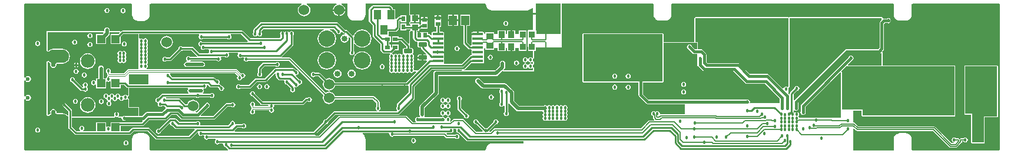
<source format=gbr>
%TF.GenerationSoftware,Altium Limited,Altium Designer,19.0.15 (446)*%
G04 Layer_Physical_Order=6*
G04 Layer_Color=6049555*
%FSLAX45Y45*%
%MOMM*%
%TF.FileFunction,Copper,L6,Bot,Signal*%
%TF.Part,Single*%
G01*
G75*
%TA.AperFunction,SMDPad,CuDef*%
%ADD10R,0.95000X0.85000*%
%ADD12R,0.60000X0.75000*%
%ADD13R,0.85000X0.95000*%
%ADD17R,0.64000X0.60000*%
%ADD18R,1.20000X1.20000*%
%ADD19R,0.90000X1.00000*%
%ADD20R,0.75000X0.60000*%
%ADD28R,0.60000X0.64000*%
%ADD61R,1.00000X0.90000*%
%TA.AperFunction,Conductor*%
%ADD74C,0.16962*%
%ADD75C,0.20320*%
%ADD76C,0.25400*%
%ADD77C,0.23066*%
%ADD78C,0.38100*%
%ADD80C,0.10564*%
%ADD81C,0.50800*%
%ADD82C,0.12700*%
%TA.AperFunction,ViaPad*%
%ADD85C,1.52400*%
%TA.AperFunction,ComponentPad*%
G04:AMPARAMS|DCode=86|XSize=1mm|YSize=2.3mm|CornerRadius=0.5mm|HoleSize=0mm|Usage=FLASHONLY|Rotation=270.000|XOffset=0mm|YOffset=0mm|HoleType=Round|Shape=RoundedRectangle|*
%AMROUNDEDRECTD86*
21,1,1.00000,1.30000,0,0,270.0*
21,1,0.00000,2.30000,0,0,270.0*
1,1,1.00000,-0.65000,0.00000*
1,1,1.00000,-0.65000,0.00000*
1,1,1.00000,0.65000,0.00000*
1,1,1.00000,0.65000,0.00000*
%
%ADD86ROUNDEDRECTD86*%
%ADD87C,0.40000*%
%TA.AperFunction,ViaPad*%
%ADD88C,2.50000*%
%TA.AperFunction,ComponentPad*%
%ADD89C,2.37500*%
%ADD90C,0.85000*%
%ADD91C,1.52400*%
%ADD92C,0.45720*%
%TA.AperFunction,ViaPad*%
%ADD93C,0.45720*%
%ADD94C,0.60000*%
%ADD95C,1.98000*%
%TA.AperFunction,SMDPad,CuDef*%
%ADD108R,1.00000X1.40000*%
%ADD109R,2.50000X1.15000*%
%ADD110R,1.15000X1.35000*%
G04:AMPARAMS|DCode=111|XSize=1.23mm|YSize=0.6mm|CornerRadius=0.075mm|HoleSize=0mm|Usage=FLASHONLY|Rotation=180.000|XOffset=0mm|YOffset=0mm|HoleType=Round|Shape=RoundedRectangle|*
%AMROUNDEDRECTD111*
21,1,1.23000,0.45000,0,0,180.0*
21,1,1.08000,0.60000,0,0,180.0*
1,1,0.15000,-0.54000,0.22500*
1,1,0.15000,0.54000,0.22500*
1,1,0.15000,0.54000,-0.22500*
1,1,0.15000,-0.54000,-0.22500*
%
%ADD111ROUNDEDRECTD111*%
%TA.AperFunction,ConnectorPad*%
%ADD112R,0.64000X0.60000*%
%TA.AperFunction,SMDPad,CuDef*%
G04:AMPARAMS|DCode=113|XSize=1.57mm|YSize=0.41mm|CornerRadius=0.05125mm|HoleSize=0mm|Usage=FLASHONLY|Rotation=0.000|XOffset=0mm|YOffset=0mm|HoleType=Round|Shape=RoundedRectangle|*
%AMROUNDEDRECTD113*
21,1,1.57000,0.30750,0,0,0.0*
21,1,1.46750,0.41000,0,0,0.0*
1,1,0.10250,0.73375,-0.15375*
1,1,0.10250,-0.73375,-0.15375*
1,1,0.10250,-0.73375,0.15375*
1,1,0.10250,0.73375,0.15375*
%
%ADD113ROUNDEDRECTD113*%
G36*
X6061236Y3162299D02*
X6676614D01*
Y3010749D01*
X6678510Y3006170D01*
X6680184Y3001507D01*
X6688565Y2992279D01*
X6688885Y2992128D01*
X6689020Y2991801D01*
X6693599Y2989904D01*
X6698081Y2987790D01*
X6698741Y2976011D01*
Y2916630D01*
X6698081Y2904851D01*
X6693599Y2902737D01*
X6689020Y2900840D01*
X6688885Y2900513D01*
X6688565Y2900362D01*
X6680184Y2891134D01*
X6678510Y2886470D01*
X6676614Y2881892D01*
Y2880749D01*
X6678510Y2876171D01*
X6680184Y2871507D01*
X6688565Y2862279D01*
X6688968Y2861928D01*
X6689021Y2861800D01*
X6692018Y2850255D01*
X6691463Y2846870D01*
X6687545Y2842218D01*
X6639076D01*
Y2874021D01*
X6553676D01*
Y2773621D01*
X6639076D01*
Y2790423D01*
X6687545D01*
X6691463Y2785771D01*
X6692018Y2782386D01*
X6689021Y2770841D01*
X6688968Y2770713D01*
X6688565Y2770362D01*
X6680184Y2761134D01*
X6678510Y2756470D01*
X6676614Y2751892D01*
Y2586645D01*
X6664880Y2581785D01*
X6584612Y2662052D01*
X6576211Y2667666D01*
X6566300Y2669638D01*
X6528812D01*
Y2686445D01*
X6428412D01*
Y2601045D01*
X6528812D01*
Y2617842D01*
X6555573D01*
X6633644Y2539772D01*
Y2519596D01*
X6605541D01*
X6597660Y2518028D01*
X6590978Y2513563D01*
X6586513Y2506881D01*
X6584945Y2499000D01*
Y2454000D01*
X6586513Y2446119D01*
X6583306Y2435753D01*
X6580874Y2432076D01*
X6576637Y2429245D01*
X6563777Y2425632D01*
X6552015Y2433491D01*
X6538140Y2436251D01*
X6524265Y2433491D01*
X6519604Y2430377D01*
X6510372Y2426439D01*
X6500316Y2430253D01*
X6495955Y2433166D01*
X6482080Y2435926D01*
X6468205Y2433166D01*
X6462337Y2429245D01*
X6449477Y2425632D01*
X6437715Y2433491D01*
X6430706Y2434885D01*
X6429092Y2448155D01*
X6434025Y2451451D01*
X6465037Y2482463D01*
X6528812D01*
Y2567863D01*
X6428412D01*
Y2528781D01*
X6426512Y2527511D01*
X6413812Y2534300D01*
Y2567863D01*
X6389510D01*
Y2601045D01*
X6413812D01*
Y2686445D01*
X6390064D01*
X6380700Y2694500D01*
Y2751302D01*
X6470649D01*
X6480560Y2753274D01*
X6488962Y2758888D01*
X6523252Y2793178D01*
X6528866Y2801580D01*
X6530838Y2811491D01*
Y2907733D01*
X6540976Y2917871D01*
X6553676Y2914263D01*
Y2888621D01*
X6639076D01*
Y2989021D01*
X6553676D01*
Y2972218D01*
X6532800D01*
X6522890Y2970247D01*
X6514488Y2964633D01*
X6488400Y2938545D01*
X6481294Y2939947D01*
X6475700Y2943278D01*
Y3079900D01*
X6438898D01*
Y3088772D01*
X6436926Y3098682D01*
X6431313Y3107084D01*
X6410084Y3128313D01*
X6401682Y3133926D01*
X6391772Y3135898D01*
X6161769D01*
X6151858Y3133926D01*
X6143457Y3128313D01*
X6105628Y3090484D01*
X6100014Y3082082D01*
X6098042Y3072171D01*
Y2910840D01*
X6100014Y2900929D01*
X6105628Y2892528D01*
X6151382Y2846773D01*
Y2699121D01*
X6153354Y2689210D01*
X6158968Y2680808D01*
X6263142Y2576633D01*
Y2496315D01*
X6265114Y2486404D01*
X6270728Y2478002D01*
X6297279Y2451451D01*
X6305681Y2445837D01*
X6315591Y2443866D01*
X6402633D01*
X6406485Y2431166D01*
X6398202Y2425632D01*
X6390343Y2413869D01*
X6387583Y2399994D01*
X6390343Y2386119D01*
X6398202Y2374357D01*
Y2373846D01*
X6390343Y2362083D01*
X6387583Y2348209D01*
X6390343Y2334334D01*
X6391383Y2332778D01*
X6398040Y2322316D01*
X6391383Y2311854D01*
X6390343Y2310298D01*
X6387583Y2296423D01*
X6390343Y2282548D01*
X6391383Y2280993D01*
X6398040Y2270530D01*
X6391383Y2260068D01*
X6390343Y2258512D01*
X6387583Y2244638D01*
X6390343Y2230763D01*
X6391383Y2229207D01*
X6398040Y2218745D01*
X6391383Y2208283D01*
X6390343Y2206727D01*
X6387583Y2192852D01*
X6390343Y2178977D01*
X6398202Y2167215D01*
X6409965Y2159355D01*
X6423840Y2156595D01*
X6437715Y2159355D01*
X6443583Y2163276D01*
X6456443Y2166890D01*
X6468205Y2159031D01*
X6482080Y2156271D01*
X6495955Y2159031D01*
X6500616Y2162145D01*
X6509848Y2166082D01*
X6519904Y2162269D01*
X6524265Y2159355D01*
X6538140Y2156595D01*
X6552015Y2159355D01*
X6557883Y2163276D01*
X6570743Y2166890D01*
X6582505Y2159031D01*
X6596380Y2156271D01*
X6610255Y2159031D01*
X6622017Y2166890D01*
X6634354Y2162494D01*
X6638565Y2159680D01*
X6652440Y2156920D01*
X6666315Y2159680D01*
X6672183Y2163601D01*
X6685043Y2167215D01*
X6696805Y2159355D01*
X6710680Y2156595D01*
X6724555Y2159355D01*
X6736317Y2167215D01*
X6744177Y2178977D01*
X6745962Y2179932D01*
X6746845Y2179566D01*
X6772932D01*
X6777792Y2167833D01*
X6632557Y2022598D01*
X5608837D01*
X5602154Y2038734D01*
X5587904Y2057304D01*
X5569334Y2071554D01*
X5547707Y2080512D01*
X5524500Y2083567D01*
X5501293Y2080512D01*
X5481167Y2072175D01*
X5400314Y2153028D01*
X5392298Y2158384D01*
X5382843Y2160265D01*
X5323779D01*
X5323158Y2161195D01*
X5311395Y2169054D01*
X5297520Y2171814D01*
X5283645Y2169054D01*
X5271883Y2161195D01*
X5264023Y2149432D01*
X5261263Y2135557D01*
X5264023Y2121682D01*
X5271883Y2109920D01*
X5283645Y2102060D01*
X5297520Y2099300D01*
X5311395Y2102060D01*
X5323158Y2109920D01*
X5323779Y2110849D01*
X5372609D01*
X5446225Y2037233D01*
X5437888Y2017107D01*
X5434833Y1993900D01*
X5437888Y1970693D01*
X5446846Y1949066D01*
X5461096Y1930496D01*
X5479666Y1916246D01*
X5501293Y1907288D01*
X5524500Y1904233D01*
X5547707Y1907288D01*
X5569334Y1916246D01*
X5587904Y1930496D01*
X5602154Y1949066D01*
X5611112Y1970693D01*
X5611440Y1973183D01*
X6642792D01*
X6652247Y1975064D01*
X6655287Y1977095D01*
X6667987Y1970860D01*
Y1878575D01*
X6507789Y1718378D01*
X6502433Y1710362D01*
X6500552Y1700907D01*
Y1676039D01*
X6499623Y1675418D01*
X6491763Y1663655D01*
X6489003Y1649780D01*
X6491763Y1635905D01*
X6499623Y1624143D01*
X6499844Y1610296D01*
X6493371Y1603077D01*
X6239551D01*
X6238300Y1615777D01*
X6241955Y1616503D01*
X6253717Y1624363D01*
X6261577Y1636126D01*
X6264337Y1650000D01*
X6261577Y1663875D01*
X6253717Y1675638D01*
X6251388Y1677194D01*
Y1735918D01*
X6249614Y1744838D01*
X6244561Y1752399D01*
X6181545Y1815415D01*
X6173984Y1820468D01*
X6165064Y1822242D01*
X5611070D01*
X5602154Y1843767D01*
X5587904Y1862338D01*
X5569334Y1876588D01*
X5547707Y1885546D01*
X5524500Y1888601D01*
X5501293Y1885546D01*
X5479666Y1876588D01*
X5476716Y1874324D01*
X4978358Y2372681D01*
X4970797Y2377734D01*
X4961877Y2379508D01*
X4845715D01*
X4841834Y2391949D01*
X4841833Y2392208D01*
X5002292Y2552667D01*
X5007906Y2561069D01*
X5009877Y2570980D01*
Y2700888D01*
X5017477Y2712261D01*
X5020237Y2726136D01*
X5017477Y2740011D01*
X5009617Y2751773D01*
X4997855Y2759633D01*
X4983980Y2762392D01*
X4970105Y2759633D01*
X4958342Y2751773D01*
X4957830Y2751006D01*
X4945130D01*
X4944617Y2751773D01*
X4932855Y2759633D01*
X4918980Y2762392D01*
X4905105Y2759633D01*
X4894413Y2752489D01*
X4890338Y2751006D01*
X4882621D01*
X4878547Y2752489D01*
X4867855Y2759633D01*
X4853980Y2762392D01*
X4840105Y2759633D01*
X4828342Y2751773D01*
X4820483Y2740011D01*
X4817723Y2726136D01*
X4820483Y2712261D01*
X4828082Y2700888D01*
Y2675903D01*
X4812057Y2659878D01*
X4390233D01*
X4288393Y2761717D01*
X4279991Y2767331D01*
X4270080Y2769303D01*
X2554305D01*
X2544394Y2767331D01*
X2535993Y2761717D01*
X2531002Y2756727D01*
X2518222Y2760540D01*
X2515696Y2761587D01*
X2513762Y2763520D01*
X2511028D01*
X2508502Y2764566D01*
X2369508D01*
Y2779856D01*
X2366551Y2794722D01*
X2358130Y2807325D01*
X2345527Y2815746D01*
X2330662Y2818703D01*
X2315796Y2815746D01*
X2303193Y2807325D01*
X2294772Y2794722D01*
X2291815Y2779856D01*
Y2773018D01*
X2287698Y2767961D01*
X2279115Y2764445D01*
X2278822Y2764566D01*
X1475740D01*
X1466020Y2760540D01*
X1461994Y2750820D01*
Y2486122D01*
X1462873Y2483998D01*
X1462723Y2481703D01*
X1464809Y2479324D01*
X1466020Y2476401D01*
X1468144Y2475521D01*
X1469660Y2473793D01*
X1482360Y2467530D01*
X1484654Y2467380D01*
X1486646Y2466230D01*
X1489702Y2467049D01*
X1492859Y2466842D01*
X1494588Y2468358D01*
X1496808Y2468953D01*
X1512698Y2481146D01*
X1535554Y2490612D01*
X1560981Y2493960D01*
X1689179D01*
X1714606Y2490612D01*
X1737462Y2481146D01*
X1757088Y2466086D01*
X1772148Y2446460D01*
X1781615Y2423604D01*
X1784844Y2399077D01*
X1781615Y2374551D01*
X1772148Y2351696D01*
X1757088Y2332069D01*
X1737462Y2317009D01*
X1714606Y2307543D01*
X1689179Y2304195D01*
X1610370D01*
X1609708Y2303921D01*
X1609022Y2304129D01*
X1604933Y2301943D01*
X1600649Y2300169D01*
X1600375Y2299507D01*
X1599744Y2299169D01*
X1591687Y2289352D01*
X1591479Y2288666D01*
X1590883Y2288268D01*
X1589979Y2283721D01*
X1588632Y2279283D01*
X1588970Y2278652D01*
X1588830Y2277949D01*
X1589601Y2274077D01*
X1587353Y2262781D01*
X1580954Y2253203D01*
X1571377Y2246804D01*
X1560080Y2244557D01*
X1548783Y2246804D01*
X1539206Y2253203D01*
X1532806Y2262781D01*
X1530559Y2274077D01*
X1533340Y2288056D01*
X1532681Y2291368D01*
X1533012Y2294728D01*
X1530088Y2304366D01*
X1529634Y2304920D01*
Y2305637D01*
X1526355Y2308915D01*
X1523414Y2312499D01*
X1522701Y2312569D01*
X1522194Y2313076D01*
X1512698Y2317010D01*
X1496808Y2329202D01*
X1494588Y2329797D01*
X1492859Y2331313D01*
X1489702Y2331106D01*
X1486646Y2331925D01*
X1484654Y2330775D01*
X1482360Y2330625D01*
X1469660Y2324362D01*
X1468144Y2322634D01*
X1466020Y2321754D01*
X1464809Y2318831D01*
X1462723Y2316452D01*
X1462873Y2314157D01*
X1461994Y2312033D01*
Y1556122D01*
X1462873Y1553997D01*
X1462723Y1551703D01*
X1464809Y1549324D01*
X1466020Y1546401D01*
X1468144Y1545521D01*
X1469660Y1543793D01*
X1482360Y1537530D01*
X1484654Y1537379D01*
X1486646Y1536230D01*
X1489702Y1537049D01*
X1492859Y1536842D01*
X1494588Y1538358D01*
X1496808Y1538953D01*
X1512698Y1551145D01*
X1522194Y1555079D01*
X1522701Y1555585D01*
X1523414Y1555655D01*
X1526355Y1559239D01*
X1529634Y1562518D01*
Y1563235D01*
X1530088Y1563788D01*
X1533012Y1573426D01*
X1532681Y1576787D01*
X1533340Y1580099D01*
X1530559Y1594077D01*
X1532806Y1605374D01*
X1539206Y1614952D01*
X1548783Y1621351D01*
X1560080Y1623598D01*
X1571377Y1621351D01*
X1580954Y1614952D01*
X1587353Y1605374D01*
X1589601Y1594077D01*
X1588830Y1590206D01*
X1588970Y1589503D01*
X1588632Y1588871D01*
X1589979Y1584433D01*
X1590883Y1579887D01*
X1591478Y1579489D01*
X1591686Y1578803D01*
X1599744Y1568986D01*
X1600375Y1568648D01*
X1600649Y1567986D01*
X1604933Y1566212D01*
X1609022Y1564026D01*
X1609708Y1564234D01*
X1610370Y1563960D01*
X1689179D01*
X1714606Y1560612D01*
X1737463Y1551145D01*
X1755894Y1537002D01*
X1757109Y1536677D01*
X1757917Y1535713D01*
X1762049Y1535353D01*
X1766056Y1534279D01*
X1776962Y1528427D01*
Y1370708D01*
X1778933Y1360798D01*
X1784547Y1352396D01*
X1866856Y1270088D01*
X1875257Y1264474D01*
X1885168Y1262502D01*
X2652380D01*
X2662291Y1264474D01*
X2670692Y1270088D01*
X2715207Y1314602D01*
X2915385D01*
X3028300Y1201688D01*
X3036701Y1196074D01*
X3046612Y1194103D01*
X3516160D01*
X3526071Y1196074D01*
X3534472Y1201688D01*
X3631369Y1298584D01*
X3643073Y1292328D01*
X3641663Y1285240D01*
X3644423Y1271365D01*
X3652283Y1259603D01*
X3664045Y1251743D01*
X3677920Y1248983D01*
X3691795Y1251743D01*
X3703557Y1259603D01*
X3704179Y1260532D01*
X3724526D01*
X3731315Y1247832D01*
X3728242Y1243234D01*
X3725482Y1229359D01*
X3728242Y1215484D01*
X3736101Y1203721D01*
X3747864Y1195862D01*
X3761739Y1193102D01*
X3775613Y1195862D01*
X3787376Y1203721D01*
X3788933Y1206051D01*
X3894741D01*
X3896584Y1203697D01*
X3893846Y1186594D01*
X3893583Y1186417D01*
X3885723Y1174655D01*
X3882963Y1160780D01*
X3885723Y1146905D01*
X3893583Y1135143D01*
X3905345Y1127283D01*
X3919220Y1124523D01*
X3933095Y1127283D01*
X3944857Y1135143D01*
X3945479Y1136072D01*
X3996604D01*
X4006032Y1123372D01*
X4004883Y1117600D01*
X4007643Y1103725D01*
X4015503Y1091963D01*
X4027265Y1084103D01*
X4041140Y1081343D01*
X4042237Y1081561D01*
X4071821Y1051977D01*
X4070743Y1045690D01*
X4067204Y1039277D01*
X2959996D01*
X2959380Y1039154D01*
X2951554Y1042396D01*
X2948319Y1050206D01*
X2948445Y1050838D01*
Y1199893D01*
X2948453Y1200838D01*
X2948453D01*
X2945439Y1223732D01*
X2936602Y1245066D01*
X2922545Y1263386D01*
X2904225Y1277444D01*
X2882891Y1286281D01*
X2859996Y1289295D01*
Y1289277D01*
X2779996D01*
Y1289295D01*
X2757102Y1286281D01*
X2735768Y1277444D01*
X2717448Y1263386D01*
X2703391Y1245066D01*
X2694554Y1223732D01*
X2691540Y1200838D01*
X2691557D01*
Y1050838D01*
X2691683Y1050206D01*
X2688448Y1042396D01*
X2680622Y1039154D01*
X2680006Y1039277D01*
X1156000D01*
X1155384Y1039154D01*
X1147558Y1042396D01*
X1144370Y1050092D01*
X1144538Y1050938D01*
Y1775001D01*
X1157238Y1778853D01*
X1164295Y1768293D01*
X1178419Y1758855D01*
X1195080Y1755541D01*
X1211741Y1758855D01*
X1225865Y1768293D01*
X1235302Y1782417D01*
X1238616Y1799077D01*
X1235302Y1815738D01*
X1225865Y1829862D01*
X1211741Y1839300D01*
X1195080Y1842614D01*
X1178419Y1839300D01*
X1164295Y1829862D01*
X1157238Y1819301D01*
X1144538Y1823154D01*
Y2045001D01*
X1157238Y2048853D01*
X1164295Y2038293D01*
X1178419Y2028855D01*
X1195080Y2025541D01*
X1211741Y2028855D01*
X1225865Y2038293D01*
X1235302Y2052417D01*
X1238616Y2069077D01*
X1235302Y2085738D01*
X1225865Y2099862D01*
X1211741Y2109300D01*
X1195080Y2112614D01*
X1178419Y2109300D01*
X1164295Y2099862D01*
X1157238Y2089301D01*
X1144538Y2093154D01*
Y3150728D01*
X1144419Y3151330D01*
X1147634Y3159094D01*
X1155398Y3162309D01*
X1156000Y3162190D01*
X2667555D01*
X2679996Y3161561D01*
X2689921Y3154862D01*
X2691673Y3150632D01*
X2691548Y3150000D01*
Y3000945D01*
X2691539Y3000000D01*
X2691539D01*
X2694553Y2977106D01*
X2703390Y2955772D01*
X2717448Y2937452D01*
X2735768Y2923394D01*
X2757102Y2914558D01*
X2779996Y2911544D01*
Y2911561D01*
X2859996D01*
Y2911544D01*
X2882890Y2914558D01*
X2904224Y2923394D01*
X2922544Y2937452D01*
X2936602Y2955772D01*
X2945439Y2977106D01*
X2948453Y3000000D01*
X2948435D01*
Y3150000D01*
X2948309Y3150632D01*
X2950061Y3154862D01*
X2959986Y3161561D01*
X2959986Y3161561D01*
X2963696Y3162299D01*
X5127753D01*
X5130279Y3149599D01*
X5121526Y3145974D01*
X5102956Y3131724D01*
X5088706Y3113154D01*
X5079748Y3091527D01*
X5076693Y3068320D01*
X5079748Y3045113D01*
X5088706Y3023486D01*
X5102956Y3004916D01*
X5121526Y2990666D01*
X5143153Y2981708D01*
X5166360Y2978653D01*
X5189567Y2981708D01*
X5211194Y2990666D01*
X5229764Y3004916D01*
X5244014Y3023486D01*
X5252972Y3045113D01*
X5256027Y3068320D01*
X5252972Y3091527D01*
X5244014Y3113154D01*
X5229764Y3131724D01*
X5211194Y3145974D01*
X5202441Y3149599D01*
X5204967Y3162299D01*
X5630656D01*
X5633182Y3149599D01*
X5624430Y3145974D01*
X5605860Y3131724D01*
X5591610Y3113154D01*
X5582652Y3091527D01*
X5581269Y3081020D01*
X5757259D01*
X5755875Y3091527D01*
X5746918Y3113154D01*
X5732668Y3131724D01*
X5714097Y3145974D01*
X5705345Y3149599D01*
X5707871Y3162299D01*
X5781246D01*
X5781862Y3162422D01*
X5789688Y3159180D01*
X5792923Y3151370D01*
X5792797Y3150738D01*
Y3001683D01*
X5792789Y3000738D01*
X5792789D01*
X5795803Y2977844D01*
X5804640Y2956510D01*
X5818698Y2938190D01*
X5837018Y2924132D01*
X5858352Y2915295D01*
X5881246Y2912281D01*
Y2912299D01*
X5961246D01*
Y2912281D01*
X5984140Y2915295D01*
X6005474Y2924132D01*
X6023794Y2938190D01*
X6037852Y2956510D01*
X6046688Y2977844D01*
X6049702Y3000738D01*
X6049685D01*
Y3150738D01*
X6049559Y3151370D01*
X6052794Y3159180D01*
X6060620Y3162422D01*
X6061236Y3162299D01*
D02*
G37*
G36*
X10185838Y3160730D02*
X10192617Y3150838D01*
X10192717Y3138175D01*
Y3000838D01*
X10192700D01*
X10195711Y2977970D01*
X10204538Y2956660D01*
X10218579Y2938361D01*
X10236878Y2924320D01*
X10258188Y2915493D01*
X10280124Y2912605D01*
X10281156Y2912400D01*
X10361156D01*
X10362383Y2912644D01*
X10384024Y2915493D01*
X10405334Y2924320D01*
X10423633Y2938361D01*
X10437675Y2956660D01*
X10446501Y2977970D01*
X10449350Y2999611D01*
X10449595Y3000838D01*
Y3150235D01*
X10449695Y3150738D01*
X10449695D01*
X10456475Y3160630D01*
X10460554Y3162320D01*
X10461156Y3162200D01*
X13634996D01*
X13635599Y3162320D01*
X13639677Y3160630D01*
X13646457Y3150738D01*
X13646558Y3138075D01*
Y3000738D01*
X13646539D01*
X13649551Y2977870D01*
X13658377Y2956560D01*
X13672420Y2938261D01*
X13690718Y2924220D01*
X13712029Y2915393D01*
X13733965Y2912505D01*
X13734996Y2912300D01*
X13814996D01*
X13816223Y2912544D01*
X13837865Y2915393D01*
X13859174Y2924220D01*
X13877473Y2938261D01*
X13891515Y2956560D01*
X13900340Y2977870D01*
X13903191Y2999511D01*
X13903435Y3000738D01*
Y3150135D01*
X13903534Y3150638D01*
X13903535D01*
X13908195Y3157439D01*
X13914996Y3162100D01*
X13927660Y3162200D01*
X15155000D01*
X15155602Y3162320D01*
X15159682Y3160630D01*
X15166461Y3150738D01*
X15166467Y3138039D01*
X15167561Y1050818D01*
X15167680Y1050217D01*
X15164442Y1042396D01*
X15156616Y1039154D01*
X15156000Y1039277D01*
X13914986D01*
X13914371Y1039154D01*
X13910124Y1040913D01*
X13903426Y1050838D01*
X13903424Y1062778D01*
Y1200837D01*
X13903426Y1200838D01*
X13903442D01*
X13900429Y1223732D01*
X13891592Y1245066D01*
X13877534Y1263386D01*
X13859213Y1277444D01*
X13837880Y1286281D01*
X13814986Y1289295D01*
Y1289277D01*
X13814986Y1289277D01*
X13734985D01*
Y1289295D01*
X13712093Y1286281D01*
X13690758Y1277444D01*
X13672438Y1263386D01*
X13658380Y1245066D01*
X13649544Y1223732D01*
X13646529Y1200838D01*
X13646547D01*
Y1050838D01*
X13646674Y1050206D01*
X13643439Y1042396D01*
X13635612Y1039154D01*
X13634996Y1039277D01*
X13062500D01*
Y1352578D01*
X13074232Y1357439D01*
X13106177Y1325496D01*
X13112477Y1321286D01*
X13119910Y1319807D01*
X14208334D01*
X14442056Y1086086D01*
X14448357Y1081875D01*
X14455791Y1080397D01*
X14542241D01*
X14549673Y1081875D01*
X14555975Y1086086D01*
X14620174Y1150285D01*
X14624385Y1156586D01*
X14625864Y1164019D01*
Y1173077D01*
X14643950D01*
X14648103Y1166863D01*
X14659866Y1159003D01*
X14673740Y1156243D01*
X14687614Y1159003D01*
X14699377Y1166863D01*
X14707237Y1178625D01*
X14709998Y1192500D01*
X14707237Y1206375D01*
X14699377Y1218138D01*
X14687614Y1225997D01*
X14673740Y1228757D01*
X14659866Y1225997D01*
X14648103Y1218138D01*
X14643951Y1211923D01*
X14613879D01*
X14606447Y1210445D01*
X14600146Y1206235D01*
X14593739Y1199829D01*
X14587335Y1206235D01*
X14581033Y1210445D01*
X14573601Y1211923D01*
X14543530D01*
X14539378Y1218138D01*
X14527615Y1225997D01*
X14513741Y1228757D01*
X14499866Y1225997D01*
X14488103Y1218138D01*
X14480244Y1206375D01*
X14477484Y1192500D01*
X14480244Y1178626D01*
X14488103Y1166863D01*
X14499866Y1159004D01*
X14508212Y1157343D01*
X14506963Y1144643D01*
X14474358D01*
X14240636Y1378365D01*
X14234334Y1382575D01*
X14226901Y1384053D01*
X13138477D01*
X13086935Y1435594D01*
X13080634Y1439805D01*
X13073201Y1441283D01*
X13062500D01*
Y1611854D01*
X13183073D01*
Y1540755D01*
X13187100Y1531035D01*
X13196820Y1527008D01*
X14514999D01*
X14524719Y1531035D01*
X14528746Y1540755D01*
Y2253398D01*
X14524719Y2263118D01*
X14514999Y2267144D01*
X13485905D01*
Y2446385D01*
X13484860Y2448911D01*
Y2451646D01*
X13482927Y2453579D01*
X13481882Y2456105D01*
X13478067Y2468885D01*
X13495050Y2485869D01*
X13502068Y2496371D01*
X13504532Y2508760D01*
Y2866951D01*
X13518073Y2880492D01*
X13550443D01*
X13552126Y2879367D01*
X13566000Y2876607D01*
X13579875Y2879367D01*
X13591638Y2887226D01*
X13599496Y2898989D01*
X13602257Y2912864D01*
X13599496Y2926739D01*
X13591638Y2938501D01*
X13579875Y2946361D01*
X13566000Y2949121D01*
X13552126Y2946361D01*
X13550443Y2945236D01*
X13504665D01*
X13498607Y2944031D01*
X13486247Y2952272D01*
X13485536Y2953394D01*
X13481880Y2962220D01*
X13472160Y2966247D01*
X12147357D01*
X12146057Y2965708D01*
X12144676Y2965983D01*
X12141341Y2963755D01*
X12137922Y2962339D01*
X12132500Y2964585D01*
X10790901D01*
X10781181Y2960558D01*
X10777155Y2950838D01*
Y2606247D01*
X10333766D01*
Y2720000D01*
X10329740Y2729720D01*
X10320020Y2733746D01*
X9183335D01*
X9173615Y2729720D01*
X9169588Y2720000D01*
Y2032000D01*
X9173615Y2022280D01*
X9183335Y2018254D01*
X9975228D01*
Y1838960D01*
X9977692Y1826572D01*
X9984710Y1816070D01*
X10082510Y1718269D01*
X10093012Y1711252D01*
X10105400Y1708788D01*
X10642500D01*
Y1560263D01*
X10293685D01*
X10289049Y1563157D01*
X10282617Y1569720D01*
X10279857Y1583595D01*
X10271997Y1595357D01*
X10260235Y1603217D01*
X10246360Y1605977D01*
X10232485Y1603217D01*
X10229855Y1601459D01*
X10219690Y1595920D01*
X10209525Y1601459D01*
X10206895Y1603217D01*
X10193020Y1605977D01*
X10179145Y1603217D01*
X10167383Y1595357D01*
X10159523Y1583595D01*
X10156763Y1569720D01*
X10159523Y1555845D01*
X10167383Y1544083D01*
X10179145Y1536223D01*
X10184533Y1535152D01*
Y1508592D01*
X10186177Y1500328D01*
X10190858Y1493322D01*
X10201078Y1483102D01*
X10196218Y1471368D01*
X10132068D01*
X10123149Y1469594D01*
X10115587Y1464542D01*
X10008546Y1357500D01*
X7907020D01*
X7898101Y1355726D01*
X7890539Y1350673D01*
X7848712Y1308846D01*
X7833564D01*
X7828704Y1320580D01*
X7926960Y1418835D01*
X7940375Y1421503D01*
X7952138Y1429363D01*
X7959997Y1441125D01*
X7962757Y1455000D01*
X7959997Y1468875D01*
X7952138Y1480638D01*
X7940375Y1488497D01*
X7926500Y1491257D01*
X7912625Y1488497D01*
X7900863Y1480638D01*
X7893003Y1468875D01*
X7890335Y1455460D01*
X7794258Y1359383D01*
X7782560Y1361711D01*
X7770761Y1359364D01*
X7674665Y1455460D01*
X7671997Y1468875D01*
X7664138Y1480638D01*
X7652375Y1488497D01*
X7638500Y1491257D01*
X7624625Y1488497D01*
X7612863Y1480638D01*
X7605003Y1468875D01*
X7602243Y1455000D01*
X7605003Y1441125D01*
X7612863Y1429363D01*
X7624625Y1421503D01*
X7638041Y1418835D01*
X7736296Y1320580D01*
X7731436Y1308846D01*
X7642039D01*
X7463744Y1487141D01*
X7456183Y1492194D01*
X7447263Y1493968D01*
X7320862D01*
X7311942Y1492194D01*
X7304381Y1487141D01*
X7270387Y1453148D01*
X7269848Y1453283D01*
X7268941Y1454397D01*
X7265253Y1467526D01*
X7269957Y1474565D01*
X7272717Y1488440D01*
X7269957Y1502315D01*
X7262097Y1514077D01*
X7250335Y1521937D01*
X7236460Y1524697D01*
X7222585Y1521937D01*
X7210823Y1514077D01*
X7205416Y1505985D01*
X7203856Y1505494D01*
X7192864D01*
X7191304Y1505985D01*
X7185897Y1514077D01*
X7174135Y1521937D01*
X7160260Y1524697D01*
X7146385Y1521937D01*
X7140316Y1517882D01*
X6901420D01*
X6894632Y1530582D01*
X6898969Y1537074D01*
X6901927Y1551940D01*
Y1653489D01*
X7091209Y1842771D01*
X7099629Y1855374D01*
X7102587Y1870240D01*
Y2112533D01*
X7926842D01*
X7941708Y2115491D01*
X7954311Y2123911D01*
X8017805Y2187406D01*
X8030585Y2183592D01*
X8033112Y2182546D01*
X8035045Y2180612D01*
X8037779D01*
X8040305Y2179566D01*
X8459357D01*
X8469077Y2183592D01*
X8473103Y2193312D01*
Y2227760D01*
X8472371Y2229526D01*
X8472606Y2231424D01*
X8470430Y2234212D01*
X8469077Y2237480D01*
X8467310Y2238212D01*
X8466134Y2239719D01*
X8460178Y2243342D01*
X8458034Y2255339D01*
X8458897Y2259675D01*
X8458034Y2264012D01*
X8460178Y2276008D01*
X8466134Y2279632D01*
X8467310Y2281139D01*
X8469077Y2281871D01*
X8470430Y2285138D01*
X8472606Y2287927D01*
X8472371Y2289825D01*
X8473103Y2291591D01*
Y2314120D01*
X8472371Y2315886D01*
X8472606Y2317784D01*
X8470430Y2320572D01*
X8469077Y2323840D01*
X8467310Y2324572D01*
X8466134Y2326079D01*
X8460178Y2329702D01*
X8458034Y2341699D01*
X8458897Y2346035D01*
X8458034Y2350372D01*
X8460178Y2362368D01*
X8466134Y2365992D01*
X8467310Y2367499D01*
X8469077Y2368231D01*
X8470430Y2371498D01*
X8472606Y2374287D01*
X8472371Y2376185D01*
X8473103Y2377951D01*
Y2474548D01*
X8494580D01*
Y2526432D01*
X8859139D01*
X8868859Y2530458D01*
X8872885Y2540178D01*
Y2707640D01*
X8868903Y2717255D01*
X8871434Y2723364D01*
Y3162299D01*
X8884134Y3162299D01*
X10181156Y3162299D01*
X10181758Y3162419D01*
X10185838Y3160730D01*
D02*
G37*
G36*
X8857687Y2723364D02*
X8506081D01*
Y2768965D01*
X8502055Y2778686D01*
X8496689Y2780908D01*
X8496750Y3162299D01*
X8857687D01*
Y2723364D01*
D02*
G37*
G36*
X4357000Y2619860D02*
X4351740Y2607160D01*
X3705645D01*
X3694335Y2614717D01*
X3680460Y2617477D01*
X3666585Y2614717D01*
X3654823Y2606858D01*
X3646963Y2595095D01*
X3644203Y2581220D01*
X3646963Y2567346D01*
X3654823Y2555583D01*
X3666585Y2547724D01*
X3669218Y2547200D01*
X3679814Y2541269D01*
X3678437Y2533403D01*
X3677223Y2527300D01*
X3679983Y2513425D01*
X3687843Y2501663D01*
X3699605Y2493803D01*
X3713480Y2491043D01*
X3727355Y2493803D01*
X3738608Y2501322D01*
X3794798D01*
X3801587Y2488622D01*
X3799363Y2485295D01*
X3796603Y2471420D01*
X3799363Y2457545D01*
X3799943Y2456678D01*
X3793154Y2443978D01*
X3658140D01*
X3570125Y2531992D01*
X3561723Y2537606D01*
X3551813Y2539578D01*
X3421228D01*
X3409855Y2547177D01*
X3395980Y2549937D01*
X3382105Y2547177D01*
X3370343Y2539318D01*
X3362483Y2527555D01*
X3359815Y2514139D01*
X3228693Y2383018D01*
X3188248D01*
X3176875Y2390617D01*
X3163000Y2393377D01*
X3149125Y2390617D01*
X3137363Y2382757D01*
X3129503Y2370995D01*
X3126743Y2357120D01*
X3129503Y2343245D01*
X3137363Y2331483D01*
X3149125Y2323623D01*
X3163000Y2320863D01*
X3176875Y2323623D01*
X3188248Y2331222D01*
X3239420D01*
X3249331Y2333194D01*
X3257732Y2338808D01*
X3396439Y2477515D01*
X3409855Y2480183D01*
X3421228Y2487782D01*
X3541085D01*
X3627290Y2401578D01*
X3625832Y2394344D01*
X3622539Y2388878D01*
X3528789D01*
X3528167Y2389808D01*
X3516405Y2397667D01*
X3502530Y2400427D01*
X3488655Y2397667D01*
X3476892Y2389808D01*
X3469033Y2378045D01*
X3466273Y2364170D01*
X3469033Y2350295D01*
X3476892Y2338533D01*
X3482170Y2335007D01*
X3478317Y2322307D01*
X3477260D01*
X3462394Y2319349D01*
X3449791Y2310929D01*
X3441371Y2298326D01*
X3438413Y2283460D01*
Y2283125D01*
X3441371Y2268260D01*
X3449791Y2255657D01*
X3462394Y2247236D01*
X3477260Y2244279D01*
X3478942Y2244613D01*
X3702578D01*
X3717444Y2247571D01*
X3730047Y2255991D01*
X3738468Y2268594D01*
X3741425Y2283460D01*
X3738468Y2298326D01*
X3730047Y2310929D01*
X3717444Y2319349D01*
X3702578Y2322307D01*
X3536432D01*
X3530592Y2335007D01*
X3534412Y2339462D01*
X3909131D01*
X3911363Y2336123D01*
X3923125Y2328263D01*
X3937000Y2325503D01*
X3950875Y2328263D01*
X3962637Y2336123D01*
X3970497Y2347885D01*
X3973257Y2361760D01*
X3970497Y2375635D01*
X3967926Y2379482D01*
X3974715Y2392182D01*
X4026052D01*
X4037425Y2384583D01*
X4051300Y2381823D01*
X4065175Y2384583D01*
X4076937Y2392443D01*
X4084797Y2404205D01*
X4087557Y2418080D01*
X4084797Y2431955D01*
X4082520Y2435362D01*
X4089309Y2448062D01*
X4213750D01*
X4217357Y2439347D01*
X4218211Y2435362D01*
X4210843Y2424335D01*
X4208083Y2410460D01*
X4210843Y2396585D01*
X4218703Y2384823D01*
X4230465Y2376963D01*
X4244340Y2374203D01*
X4258215Y2376963D01*
X4269588Y2384562D01*
X4296689D01*
X4303478Y2371862D01*
X4302283Y2370075D01*
X4299523Y2356200D01*
X4302283Y2342325D01*
X4310143Y2330563D01*
X4321905Y2322703D01*
X4335780Y2319943D01*
X4349655Y2322703D01*
X4361417Y2330563D01*
X4362974Y2332892D01*
X4774875D01*
X4776125Y2320192D01*
X4763865Y2317753D01*
X4752492Y2310154D01*
X4589801D01*
X4579890Y2308183D01*
X4571488Y2302569D01*
X4510668Y2241748D01*
X4505054Y2233346D01*
X4503082Y2223436D01*
Y2161384D01*
X4495483Y2150010D01*
X4492723Y2136136D01*
X4495483Y2122261D01*
X4503343Y2110498D01*
X4515105Y2102639D01*
X4528980Y2099879D01*
X4542855Y2102639D01*
X4554618Y2110498D01*
X4562477Y2122261D01*
X4565237Y2136136D01*
X4562477Y2150010D01*
X4554878Y2161384D01*
Y2212709D01*
X4600528Y2258359D01*
X4752492D01*
X4763865Y2250760D01*
X4777740Y2248000D01*
X4791615Y2250760D01*
X4803377Y2258619D01*
X4811237Y2270382D01*
X4813997Y2284257D01*
X4811237Y2298131D01*
X4803377Y2309894D01*
X4791615Y2317753D01*
X4779355Y2320192D01*
X4780605Y2332892D01*
X4952223D01*
X5445235Y1839879D01*
X5437888Y1822141D01*
X5434833Y1798934D01*
X5437888Y1775726D01*
X5446846Y1754100D01*
X5461096Y1735530D01*
X5479666Y1721280D01*
X5501293Y1712322D01*
X5524500Y1709267D01*
X5547707Y1712322D01*
X5569334Y1721280D01*
X5587904Y1735530D01*
X5602154Y1754100D01*
X5611070Y1775626D01*
X6155410D01*
X6204772Y1726264D01*
Y1677194D01*
X6202443Y1675638D01*
X6194583Y1663875D01*
X6191823Y1650000D01*
X6194583Y1636126D01*
X6202443Y1624363D01*
X6214205Y1616503D01*
X6217860Y1615777D01*
X6216609Y1603077D01*
X5604709D01*
X5595254Y1601196D01*
X5587238Y1595840D01*
X5479877Y1488478D01*
X5478780Y1488697D01*
X5464905Y1485937D01*
X5453143Y1478077D01*
X5445283Y1466315D01*
X5442523Y1452440D01*
X5442741Y1451343D01*
X5301346Y1309948D01*
X4168533D01*
X4163273Y1322648D01*
X4205608Y1364983D01*
X4272432D01*
X4283805Y1357383D01*
X4297680Y1354623D01*
X4311555Y1357383D01*
X4323317Y1365243D01*
X4331177Y1377005D01*
X4333937Y1390880D01*
X4331177Y1404755D01*
X4323317Y1416518D01*
X4311555Y1424377D01*
X4297680Y1427137D01*
X4283805Y1424377D01*
X4272432Y1416778D01*
X4194880D01*
X4184970Y1414806D01*
X4183666Y1413935D01*
X4172236Y1421572D01*
X4173917Y1430020D01*
X4171157Y1443895D01*
X4163297Y1455657D01*
X4151535Y1463517D01*
X4137660Y1466277D01*
X4123785Y1463517D01*
X4112023Y1455657D01*
X4104163Y1443895D01*
X4101495Y1430479D01*
X4071053Y1400038D01*
X3679211D01*
X3675866Y1406296D01*
X3673649Y1412738D01*
X3676077Y1424940D01*
X3673317Y1438815D01*
X3665457Y1450577D01*
X3653695Y1458437D01*
X3639820Y1461197D01*
X3625945Y1458437D01*
X3614572Y1450838D01*
X3373687D01*
X3327932Y1496592D01*
X3319531Y1502206D01*
X3309620Y1504178D01*
X3244020D01*
X3234109Y1502206D01*
X3225708Y1496592D01*
X3076994Y1347879D01*
X3072580Y1348757D01*
X3058705Y1345997D01*
X3046942Y1338138D01*
X3039083Y1326375D01*
X3036323Y1312500D01*
X3039083Y1298625D01*
X3046942Y1286863D01*
X3058705Y1279003D01*
X3072580Y1276243D01*
X3086455Y1279003D01*
X3098217Y1286863D01*
X3106077Y1298625D01*
X3107340Y1304975D01*
X3227434Y1425070D01*
X3227669Y1425067D01*
X3240393Y1420067D01*
X3242183Y1411065D01*
X3250043Y1399303D01*
X3261805Y1391443D01*
X3275221Y1388775D01*
X3308168Y1355828D01*
X3316569Y1350214D01*
X3326480Y1348242D01*
X3591184D01*
X3596044Y1336509D01*
X3505433Y1245898D01*
X3057339D01*
X2944424Y1358812D01*
X2936023Y1364426D01*
X2926112Y1366398D01*
X2704480D01*
X2694569Y1364426D01*
X2686168Y1358812D01*
X2641653Y1314298D01*
X2529900D01*
Y1393962D01*
X2841537D01*
X2851447Y1395934D01*
X2859849Y1401548D01*
X2937965Y1479663D01*
X3176631D01*
X3186542Y1481634D01*
X3194943Y1487248D01*
X3258838Y1551142D01*
X3334361D01*
X3392297Y1493207D01*
X3400699Y1487593D01*
X3410609Y1485622D01*
X3865919D01*
X3875830Y1487593D01*
X3884232Y1493207D01*
X4064387Y1673362D01*
X4114952D01*
X4126325Y1665763D01*
X4140200Y1663003D01*
X4154075Y1665763D01*
X4165837Y1673623D01*
X4173697Y1685385D01*
X4176457Y1699260D01*
X4173697Y1713135D01*
X4165837Y1724897D01*
X4154075Y1732757D01*
X4140200Y1735517D01*
X4126325Y1732757D01*
X4114952Y1725158D01*
X4053660D01*
X4043750Y1723186D01*
X4035348Y1717572D01*
X3855192Y1537417D01*
X3682591D01*
X3677731Y1549150D01*
X3786329Y1657748D01*
X3788315Y1658143D01*
X3800077Y1666003D01*
X3807937Y1677765D01*
X3810697Y1691640D01*
X3807937Y1705515D01*
X3800077Y1717277D01*
X3788315Y1725137D01*
X3774440Y1727897D01*
X3760565Y1725137D01*
X3748803Y1717277D01*
X3740943Y1705515D01*
X3740548Y1703529D01*
X3625360Y1588341D01*
X3609337D01*
X3606810Y1601041D01*
X3613534Y1603826D01*
X3632104Y1618076D01*
X3646354Y1636646D01*
X3655312Y1658273D01*
X3658367Y1681480D01*
X3655312Y1704687D01*
X3646354Y1726314D01*
X3632104Y1744884D01*
X3613534Y1759134D01*
X3591907Y1768092D01*
X3568700Y1771147D01*
X3545493Y1768092D01*
X3523866Y1759134D01*
X3505296Y1744884D01*
X3491046Y1726314D01*
X3482543Y1705786D01*
X3457976D01*
X3380990Y1782771D01*
X3372974Y1788127D01*
X3363519Y1790008D01*
X3185606D01*
X3184841Y1790782D01*
X3184738Y1790937D01*
X3184592Y1791035D01*
X3178566Y1797138D01*
X3182222Y1809472D01*
X3608481D01*
X3609103Y1808542D01*
X3620865Y1800683D01*
X3634740Y1797923D01*
X3648615Y1800683D01*
X3660377Y1808542D01*
X3660999Y1809472D01*
X3816285D01*
X3816907Y1808542D01*
X3828669Y1800683D01*
X3842544Y1797923D01*
X3856419Y1800683D01*
X3868181Y1808542D01*
X3876041Y1820305D01*
X3878801Y1834180D01*
X3876041Y1848054D01*
X3868181Y1859817D01*
X3856419Y1867676D01*
X3842544Y1870436D01*
X3828669Y1867676D01*
X3816907Y1859817D01*
X3816285Y1858887D01*
X3712883D01*
X3709030Y1871587D01*
X3714125Y1874991D01*
X3722546Y1887594D01*
X3725503Y1902460D01*
X3722546Y1917326D01*
X3717736Y1924525D01*
X3725373Y1935954D01*
X3731260Y1934783D01*
X3745135Y1937543D01*
X3756897Y1945403D01*
X3764757Y1957165D01*
X3767517Y1971040D01*
X3767250Y1972384D01*
X3776519Y1985489D01*
X3783771Y1986387D01*
X3811509Y1958649D01*
X3819525Y1953293D01*
X3828980Y1951412D01*
X3929306D01*
X3944141Y1936577D01*
X3943923Y1935480D01*
X3946683Y1921605D01*
X3954543Y1909843D01*
X3966305Y1901983D01*
X3980180Y1899223D01*
X3994055Y1901983D01*
X4005817Y1909843D01*
X4013677Y1921605D01*
X4016437Y1935480D01*
X4013677Y1949355D01*
X4005817Y1961117D01*
X3994055Y1968977D01*
X3980180Y1971737D01*
X3979083Y1971519D01*
X3957011Y1993591D01*
X3948995Y1998947D01*
X3945520Y2007337D01*
X3947637Y2010505D01*
X3950397Y2024380D01*
X3947637Y2038255D01*
X3939777Y2050017D01*
X3928015Y2057877D01*
X3914140Y2060637D01*
X3906687Y2059154D01*
X3880911Y2084931D01*
X3872895Y2090287D01*
X3863440Y2092168D01*
X3274524D01*
X3246889Y2119803D01*
X3247107Y2120900D01*
X3244347Y2134775D01*
X3239172Y2142520D01*
X3244463Y2154870D01*
X3244798Y2155220D01*
X4169082D01*
X4210963Y2113339D01*
X4203223Y2101755D01*
X4200463Y2087880D01*
X4203223Y2074005D01*
X4211083Y2062243D01*
X4222845Y2054383D01*
X4236720Y2051623D01*
X4250595Y2054383D01*
X4262357Y2062243D01*
X4270217Y2074005D01*
X4270836Y2077115D01*
X4285069Y2087233D01*
X4285320Y2087183D01*
X4299195Y2089943D01*
X4310957Y2097803D01*
X4318817Y2109565D01*
X4321577Y2123440D01*
X4318817Y2137315D01*
X4310957Y2149077D01*
X4299195Y2156937D01*
X4285320Y2159697D01*
X4271445Y2156937D01*
X4259861Y2149197D01*
X4199276Y2209782D01*
X4193328Y2213756D01*
X4186312Y2215152D01*
X2903843D01*
X2901640Y2227852D01*
X2910898Y2234038D01*
X2918757Y2245801D01*
X2921517Y2259675D01*
X2918757Y2273550D01*
X2917717Y2275106D01*
X2911060Y2285568D01*
X2917717Y2296030D01*
X2918757Y2297586D01*
X2921517Y2311461D01*
X2918757Y2325336D01*
X2917717Y2326891D01*
X2911060Y2337354D01*
X2917717Y2347816D01*
X2918757Y2349372D01*
X2921517Y2363246D01*
X2918757Y2377121D01*
X2917717Y2378677D01*
X2911060Y2389139D01*
X2917717Y2399601D01*
X2918757Y2401157D01*
X2921517Y2415032D01*
X2918757Y2428907D01*
X2917717Y2430463D01*
X2911060Y2440925D01*
X2917717Y2451387D01*
X2918757Y2452943D01*
X2921517Y2466818D01*
X2918757Y2480692D01*
X2917717Y2482248D01*
X2911060Y2492710D01*
X2917717Y2503173D01*
X2918757Y2504728D01*
X2921517Y2518603D01*
X2918757Y2532478D01*
X2917717Y2534034D01*
X2911060Y2544496D01*
X2917717Y2554958D01*
X2918757Y2556514D01*
X2921517Y2570389D01*
X2918757Y2584263D01*
X2917717Y2585819D01*
X2911060Y2596281D01*
X2917717Y2606744D01*
X2918757Y2608299D01*
X2921517Y2622174D01*
X2918757Y2636049D01*
X2910898Y2647812D01*
X2899135Y2655671D01*
X2885260Y2658431D01*
X2871385Y2655671D01*
X2865517Y2651750D01*
X2852657Y2648136D01*
X2840895Y2655995D01*
X2827020Y2658755D01*
X2813145Y2655995D01*
X2807746Y2652388D01*
X2795046Y2659177D01*
Y2717507D01*
X3655257D01*
X3658930Y2707885D01*
X3659548Y2704807D01*
X3652043Y2693575D01*
X3649283Y2679700D01*
X3652043Y2665825D01*
X3659903Y2654063D01*
X3671665Y2646203D01*
X3685540Y2643443D01*
X3699415Y2646203D01*
X3711177Y2654063D01*
X3711754Y2654925D01*
X4057696D01*
X4058362Y2653928D01*
X4070125Y2646069D01*
X4084000Y2643309D01*
X4097874Y2646069D01*
X4109637Y2653928D01*
X4117496Y2665691D01*
X4120256Y2679565D01*
X4117496Y2693440D01*
X4109902Y2704807D01*
X4110364Y2707215D01*
X4114082Y2717507D01*
X4259353D01*
X4357000Y2619860D01*
D02*
G37*
G36*
X2513362Y2739087D02*
X2493275Y2719000D01*
X2384500D01*
Y2573600D01*
X2529900D01*
Y2682375D01*
X2565032Y2717507D01*
X2781300D01*
Y2215152D01*
X2641318D01*
X2634302Y2213756D01*
X2628354Y2209782D01*
X2574788Y2156216D01*
X2388783D01*
X2381994Y2168916D01*
X2383497Y2171165D01*
X2386257Y2185040D01*
X2383497Y2198915D01*
X2375637Y2210678D01*
X2363875Y2218537D01*
X2350000Y2221297D01*
X2336125Y2218537D01*
X2324362Y2210678D01*
X2316503Y2198915D01*
X2313743Y2185040D01*
X2316503Y2171165D01*
X2324362Y2159403D01*
X2331666Y2154523D01*
Y2144070D01*
X2333061Y2137054D01*
X2337036Y2131106D01*
X2341891Y2126250D01*
X2337036Y2121394D01*
X2333061Y2115446D01*
X2331666Y2108430D01*
Y2097977D01*
X2324362Y2093098D01*
X2316613Y2081500D01*
X2285477D01*
Y2222173D01*
X2286047Y2225040D01*
X2283090Y2239906D01*
X2274669Y2252509D01*
X2262066Y2260929D01*
X2247200Y2263887D01*
X2232334Y2260929D01*
X2219732Y2252509D01*
X2219161Y2251938D01*
X2210741Y2239336D01*
X2207783Y2224470D01*
Y2081500D01*
X2174500D01*
Y2049705D01*
X2170812Y2047058D01*
X2161800Y2044079D01*
X2152555Y2050257D01*
X2138680Y2053017D01*
X2124805Y2050257D01*
X2113043Y2042397D01*
X2105183Y2030635D01*
X2102423Y2016760D01*
X2105183Y2002885D01*
X2113043Y1991123D01*
X2124805Y1983263D01*
X2138680Y1980503D01*
X2152555Y1983263D01*
X2161800Y1989441D01*
X2170812Y1986462D01*
X2174500Y1983815D01*
Y1936100D01*
X2319900D01*
Y2029530D01*
X2332600Y2036319D01*
X2336125Y2033963D01*
X2350000Y2031203D01*
X2363875Y2033963D01*
X2371800Y2039259D01*
X2383841Y2034243D01*
X2384500Y2033633D01*
Y1936100D01*
X2529900D01*
Y1982903D01*
X2580413D01*
X2607153Y1956162D01*
X2612268Y1948508D01*
X2620669Y1942894D01*
X2630580Y1940922D01*
X2635474D01*
Y1836193D01*
X2627191Y1832620D01*
X2622774Y1831641D01*
X2611855Y1838937D01*
X2597980Y1841697D01*
X2584105Y1838937D01*
X2572343Y1831077D01*
X2571449Y1829740D01*
X2554085Y1826066D01*
X2540211Y1828826D01*
X2526336Y1826066D01*
X2524321Y1826901D01*
X2517493Y1835432D01*
X2509885Y1846817D01*
X2498123Y1854677D01*
X2484248Y1857437D01*
X2470373Y1854677D01*
X2458610Y1846817D01*
X2450751Y1835055D01*
X2449600Y1829270D01*
X2436651D01*
X2435501Y1835055D01*
X2427641Y1846817D01*
X2415879Y1854677D01*
X2402004Y1857437D01*
X2388129Y1854677D01*
X2376366Y1846817D01*
X2368507Y1835055D01*
X2367356Y1829270D01*
X2354408D01*
X2353257Y1835055D01*
X2345397Y1846817D01*
X2333635Y1854677D01*
X2319760Y1857437D01*
X2305885Y1854677D01*
X2294122Y1846817D01*
X2286263Y1835055D01*
X2283503Y1821180D01*
X2286263Y1807305D01*
X2294122Y1795543D01*
X2305885Y1787683D01*
X2319760Y1784923D01*
X2325989Y1786162D01*
X2328351Y1774285D01*
X2336211Y1762523D01*
X2340655Y1759553D01*
Y1744279D01*
X2336211Y1741310D01*
X2328351Y1729547D01*
X2325591Y1715672D01*
X2328351Y1701798D01*
X2336211Y1690035D01*
X2347973Y1682176D01*
X2361848Y1679416D01*
X2375723Y1682176D01*
X2387486Y1690035D01*
X2395345Y1701798D01*
X2398105Y1715672D01*
X2395345Y1729547D01*
X2387486Y1741310D01*
X2383042Y1744279D01*
Y1759553D01*
X2387486Y1762523D01*
X2395345Y1774285D01*
X2396496Y1780070D01*
X2409445D01*
X2410595Y1774285D01*
X2418455Y1762523D01*
X2430217Y1754663D01*
X2444092Y1751903D01*
X2457967Y1754663D01*
X2469730Y1762523D01*
X2477589Y1774285D01*
X2479878Y1785792D01*
X2484248Y1784923D01*
X2492211Y1786507D01*
X2506606Y1779240D01*
X2506714Y1778695D01*
X2514573Y1766932D01*
X2526336Y1759073D01*
X2540211Y1756313D01*
X2554086Y1759073D01*
X2565848Y1766932D01*
X2566742Y1768270D01*
X2584106Y1771943D01*
X2597980Y1769183D01*
X2611855Y1771943D01*
X2622774Y1779238D01*
X2627191Y1778260D01*
X2635474Y1774687D01*
Y1666240D01*
X2639500Y1656520D01*
X2649220Y1652494D01*
X2781300D01*
Y1537933D01*
X2593118D01*
X2591435Y1539057D01*
X2577560Y1541817D01*
X2563685Y1539057D01*
X2551923Y1531198D01*
X2547113Y1524000D01*
X2503361D01*
X2497523Y1536700D01*
X2502377Y1543965D01*
X2505137Y1557840D01*
X2502377Y1571715D01*
X2494517Y1583477D01*
X2482755Y1591337D01*
X2468880Y1594097D01*
X2455005Y1591337D01*
X2443243Y1583477D01*
X2435383Y1571715D01*
X2432623Y1557840D01*
X2435383Y1543965D01*
X2440237Y1536700D01*
X2434399Y1524000D01*
X1828757D01*
Y1615298D01*
X1826786Y1625208D01*
X1821172Y1633610D01*
X1738392Y1716390D01*
X1729990Y1722004D01*
X1720080Y1723975D01*
X1710169Y1722004D01*
X1701767Y1716390D01*
X1696154Y1707988D01*
X1694182Y1698077D01*
X1696154Y1688167D01*
X1701767Y1679765D01*
X1776962Y1604570D01*
Y1551915D01*
X1764262Y1547908D01*
X1744395Y1563153D01*
X1718195Y1574005D01*
X1690080Y1577707D01*
X1610370D01*
X1602313Y1587524D01*
X1603616Y1594077D01*
X1600302Y1610738D01*
X1590865Y1624862D01*
X1576741Y1634300D01*
X1560080Y1637614D01*
X1543419Y1634300D01*
X1529295Y1624862D01*
X1519858Y1610738D01*
X1516544Y1594077D01*
X1519858Y1577417D01*
X1516934Y1567779D01*
X1505766Y1563153D01*
X1488440Y1549859D01*
X1475740Y1556122D01*
Y2312033D01*
X1488440Y2318296D01*
X1505766Y2305002D01*
X1516934Y2300376D01*
X1519858Y2290738D01*
X1516544Y2274077D01*
X1519858Y2257417D01*
X1529295Y2243293D01*
X1543419Y2233855D01*
X1560080Y2230541D01*
X1576741Y2233855D01*
X1590865Y2243293D01*
X1600302Y2257417D01*
X1603616Y2274077D01*
X1602313Y2280631D01*
X1610370Y2290448D01*
X1690080D01*
X1718195Y2294150D01*
X1744395Y2305002D01*
X1766892Y2322265D01*
X1784156Y2344763D01*
X1795008Y2370962D01*
X1798709Y2399077D01*
X1795008Y2427193D01*
X1784156Y2453392D01*
X1766892Y2475890D01*
X1744395Y2493153D01*
X1718195Y2504005D01*
X1690080Y2507707D01*
X1560080D01*
X1531965Y2504005D01*
X1505766Y2493153D01*
X1488440Y2479859D01*
X1475740Y2486122D01*
Y2750820D01*
X2278822D01*
X2284083Y2738120D01*
X2264963Y2719000D01*
X2174500D01*
Y2573600D01*
X2319900D01*
Y2664063D01*
X2358130Y2702293D01*
X2366551Y2714896D01*
X2369508Y2729762D01*
Y2750820D01*
X2508502D01*
X2513362Y2739087D01*
D02*
G37*
G36*
X10815000Y2497372D02*
X10785409D01*
X10738892Y2543889D01*
X10738497Y2545875D01*
X10730638Y2557638D01*
X10718875Y2565497D01*
X10705000Y2568257D01*
X10691125Y2565497D01*
X10679363Y2557638D01*
X10671503Y2545875D01*
X10668743Y2532000D01*
X10671503Y2518125D01*
X10679363Y2506363D01*
X10691125Y2498503D01*
X10693111Y2498108D01*
X10749110Y2442109D01*
X10759612Y2435092D01*
X10772000Y2432628D01*
X10815000D01*
Y2257500D01*
X10832995D01*
X10838610Y2249096D01*
X10893357Y2194349D01*
X10903859Y2187332D01*
X10916247Y2184868D01*
X11334351D01*
X11509609Y2009610D01*
X11520112Y2002592D01*
X11532500Y2000128D01*
X11794091D01*
X12005128Y1789091D01*
Y1721016D01*
X11583420D01*
X11574776Y1733716D01*
X11576257Y1741160D01*
X11573497Y1755035D01*
X11565638Y1766797D01*
X11553875Y1774657D01*
X11540000Y1777417D01*
X11526125Y1774657D01*
X11524442Y1773532D01*
X10118809D01*
X10039972Y1852369D01*
Y2018254D01*
X10320020D01*
X10329740Y2022280D01*
X10333766Y2032000D01*
Y2592500D01*
X10482500D01*
X10815000D01*
Y2497372D01*
D02*
G37*
G36*
X7774176Y3160667D02*
X7780867Y3150738D01*
X7783881Y3127844D01*
X7792717Y3106510D01*
X7806775Y3088190D01*
X7825095Y3074133D01*
X7846429Y3065296D01*
X7869323Y3062282D01*
Y3062300D01*
X8370900D01*
Y3062282D01*
X8393794Y3065296D01*
X8415128Y3074133D01*
X8433448Y3088190D01*
X8439701Y3096338D01*
X8456921Y3098375D01*
X8459357Y3096436D01*
Y2782712D01*
X8397240D01*
X8387520Y2778686D01*
X8384323Y2770968D01*
X8384180D01*
Y2770622D01*
X8383494Y2768965D01*
Y2650568D01*
Y2540178D01*
X8384180Y2538521D01*
Y2474548D01*
X8459357D01*
Y2377951D01*
X8453450Y2374604D01*
X8446657Y2372756D01*
X8436515Y2379532D01*
X8422640Y2382292D01*
X8408765Y2379532D01*
X8397003Y2371673D01*
X8391596Y2363581D01*
X8390036Y2363090D01*
X8379044D01*
X8377484Y2363581D01*
X8372077Y2371673D01*
X8360315Y2379532D01*
X8346440Y2382292D01*
X8332565Y2379532D01*
X8320803Y2371673D01*
X8312943Y2359910D01*
X8310183Y2346035D01*
X8312943Y2332161D01*
X8320803Y2320398D01*
X8332565Y2312539D01*
X8346440Y2309779D01*
X8360315Y2312539D01*
X8372077Y2320398D01*
X8377484Y2328490D01*
X8379044Y2328981D01*
X8390036D01*
X8391596Y2328490D01*
X8397003Y2320398D01*
X8408765Y2312539D01*
X8422640Y2309779D01*
X8436515Y2312539D01*
X8446657Y2319315D01*
X8453450Y2317467D01*
X8459357Y2314120D01*
Y2291591D01*
X8453450Y2288244D01*
X8446657Y2286396D01*
X8436515Y2293172D01*
X8422640Y2295932D01*
X8408765Y2293172D01*
X8397003Y2285313D01*
X8391596Y2277221D01*
X8390036Y2276730D01*
X8379044D01*
X8377484Y2277221D01*
X8372077Y2285313D01*
X8360315Y2293172D01*
X8346440Y2295932D01*
X8332565Y2293172D01*
X8320803Y2285313D01*
X8312943Y2273550D01*
X8310183Y2259675D01*
X8312943Y2245801D01*
X8320803Y2234038D01*
X8332565Y2226179D01*
X8346440Y2223419D01*
X8360315Y2226179D01*
X8372077Y2234038D01*
X8377484Y2242130D01*
X8379044Y2242621D01*
X8390036D01*
X8391596Y2242130D01*
X8397003Y2234038D01*
X8408765Y2226179D01*
X8422640Y2223419D01*
X8436515Y2226179D01*
X8446657Y2232955D01*
X8453450Y2231107D01*
X8459357Y2227760D01*
Y2193312D01*
X8040305D01*
X8035445Y2205046D01*
X8046136Y2215736D01*
X8054557Y2228339D01*
X8057514Y2243205D01*
Y2297362D01*
X8054557Y2312228D01*
X8046136Y2324831D01*
X8033533Y2333252D01*
X8018667Y2336209D01*
X8003801Y2333252D01*
X7991199Y2324831D01*
X7982778Y2312228D01*
X7979821Y2297362D01*
Y2259295D01*
X7913838Y2193312D01*
X7466110D01*
X7464859Y2206012D01*
X7470264Y2207088D01*
X7478280Y2212443D01*
X7564225Y2298389D01*
X7577379Y2300705D01*
X7583275Y2296766D01*
X7590230Y2295382D01*
X7736980D01*
X7743935Y2296766D01*
X7749831Y2300705D01*
X7753771Y2306601D01*
X7755154Y2313556D01*
Y2344306D01*
X7753771Y2351261D01*
X7749831Y2357157D01*
X7749832Y2365705D01*
X7753771Y2371601D01*
X7755154Y2378556D01*
Y2409306D01*
X7753771Y2416261D01*
X7749831Y2422157D01*
X7749832Y2430705D01*
X7753771Y2436601D01*
X7755154Y2443556D01*
Y2474306D01*
X7753771Y2481261D01*
X7749831Y2487157D01*
X7749832Y2495705D01*
X7753771Y2501601D01*
X7755154Y2508556D01*
Y2510204D01*
X7766884Y2519504D01*
X7773200Y2518289D01*
Y2496668D01*
X7898600D01*
Y2521002D01*
X7952000D01*
Y2472048D01*
X8067400D01*
Y2521002D01*
X8087000D01*
Y2472048D01*
X8202400D01*
Y2521002D01*
X8254180D01*
Y2474548D01*
X8364580D01*
Y2534349D01*
X8364745Y2534748D01*
Y2710768D01*
X8364580Y2711167D01*
Y2770968D01*
X8254180D01*
Y2724514D01*
X8202400D01*
Y2773468D01*
X8087000D01*
Y2724514D01*
X8067400D01*
Y2773468D01*
X7952000D01*
Y2724514D01*
X7898600D01*
Y2747068D01*
X7773200D01*
Y2724514D01*
X7760901D01*
X7754865Y2735760D01*
X7753771Y2741261D01*
X7749831Y2747157D01*
X7743935Y2751097D01*
X7736980Y2752480D01*
X7676305D01*
Y2718931D01*
X7663605D01*
Y2706231D01*
X7572056D01*
Y2703556D01*
X7573440Y2696601D01*
X7577379Y2690705D01*
X7577379Y2682157D01*
X7573440Y2676261D01*
X7572056Y2669306D01*
Y2638556D01*
X7573440Y2631601D01*
X7577379Y2625705D01*
X7577379Y2617158D01*
X7573440Y2611261D01*
X7572056Y2604306D01*
Y2573556D01*
X7573440Y2566601D01*
X7573780Y2566092D01*
X7568577Y2555070D01*
X7556561Y2553864D01*
X7508698Y2601727D01*
Y2838260D01*
X7553000D01*
Y2998660D01*
X7412600D01*
Y2838260D01*
X7456903D01*
Y2591000D01*
X7458874Y2581089D01*
X7464488Y2572688D01*
X7528693Y2508483D01*
X7537095Y2502869D01*
X7547005Y2500897D01*
X7566830D01*
X7577379Y2489634D01*
Y2487157D01*
X7573440Y2481261D01*
X7572056Y2474306D01*
Y2443556D01*
X7573440Y2436601D01*
X7577379Y2430705D01*
X7576374Y2425545D01*
X7572578Y2418639D01*
X7570412D01*
X7560956Y2416758D01*
X7552941Y2411402D01*
X7431926Y2290388D01*
X7183049D01*
X7180199Y2294462D01*
X7177424Y2303088D01*
X7179771Y2306601D01*
X7181155Y2313556D01*
Y2344306D01*
X7179771Y2351261D01*
X7175831Y2357157D01*
X7175832Y2365705D01*
X7179771Y2371601D01*
X7181155Y2378556D01*
Y2409306D01*
X7179771Y2416261D01*
X7175831Y2422157D01*
X7175832Y2430705D01*
X7179771Y2436601D01*
X7181155Y2443556D01*
Y2446231D01*
X7089605D01*
Y2471631D01*
X7181155D01*
Y2474306D01*
X7179771Y2481261D01*
X7175831Y2487157D01*
X7175832Y2495705D01*
X7179771Y2501601D01*
X7181155Y2508556D01*
Y2539306D01*
X7179771Y2546261D01*
X7175831Y2552157D01*
X7175832Y2560705D01*
X7179771Y2566601D01*
X7181155Y2573556D01*
Y2604306D01*
X7179771Y2611261D01*
X7175831Y2617158D01*
X7175832Y2625705D01*
X7179771Y2631601D01*
X7181155Y2638556D01*
Y2669306D01*
X7179771Y2676261D01*
X7175831Y2682157D01*
X7175832Y2690705D01*
X7179771Y2696601D01*
X7181155Y2703556D01*
Y2734306D01*
X7179771Y2741261D01*
X7175831Y2747157D01*
X7169935Y2751097D01*
X7162980Y2752480D01*
X7122252D01*
X7121505Y2752629D01*
X7115503Y2763081D01*
Y2820613D01*
X7134305D01*
Y2895912D01*
X7134306Y2906012D01*
X7134305Y2918713D01*
Y2938613D01*
X7089605D01*
X7044905D01*
Y2918713D01*
X7044905Y2908613D01*
X7044905Y2895912D01*
Y2820613D01*
X7063708D01*
Y2752480D01*
X7016230D01*
X7009275Y2751097D01*
X7003379Y2747157D01*
X6999440Y2741261D01*
X6998056Y2734306D01*
Y2708529D01*
X6985560Y2703065D01*
X6970454Y2718171D01*
X6962052Y2723785D01*
X6952141Y2725756D01*
X6949780D01*
Y2746559D01*
X6864381D01*
Y2746559D01*
X6861780D01*
Y2746559D01*
X6831780D01*
Y2701859D01*
X6806380D01*
Y2746559D01*
X6784839D01*
Y2761120D01*
X6819141D01*
Y2790423D01*
X6825981D01*
X6835891Y2792394D01*
X6838812Y2794346D01*
X6851401Y2794612D01*
X6851402Y2794612D01*
X6851402Y2794613D01*
X6940801D01*
Y2869912D01*
X6940801Y2880013D01*
X6940801Y2892713D01*
Y2912613D01*
X6896101D01*
X6851401D01*
Y2892713D01*
X6851401Y2882613D01*
X6851401Y2867639D01*
X6846972Y2863210D01*
X6837062Y2861239D01*
X6831841Y2857751D01*
X6819141Y2862498D01*
Y2871521D01*
X6698741D01*
X6690360Y2880749D01*
Y2881892D01*
X6698741Y2891120D01*
X6703060Y2891120D01*
X6746241D01*
Y2946320D01*
Y3001521D01*
X6703060D01*
X6698741Y3001521D01*
X6690360Y3010749D01*
Y3162299D01*
X7769323D01*
X7769939Y3162422D01*
X7774176Y3160667D01*
D02*
G37*
G36*
X13472160Y2446385D02*
Y2266246D01*
X12987756D01*
X12982896Y2277980D01*
X13041888Y2336972D01*
X13043875Y2337367D01*
X13055638Y2345226D01*
X13063496Y2356989D01*
X13066257Y2370864D01*
X13063496Y2384738D01*
X13055638Y2396501D01*
X13043875Y2404360D01*
X13030000Y2407120D01*
X13016125Y2404360D01*
X13004362Y2396501D01*
X12996503Y2384738D01*
X12996107Y2382753D01*
X12317110Y1703754D01*
X12310092Y1693252D01*
X12307628Y1680864D01*
Y1603058D01*
X12306503Y1601375D01*
X12303743Y1587500D01*
X12306503Y1573626D01*
X12314363Y1561863D01*
X12326125Y1554003D01*
X12340000Y1551244D01*
X12353875Y1554003D01*
X12365638Y1561863D01*
X12373497Y1573626D01*
X12376257Y1587500D01*
X12373497Y1601375D01*
X12372372Y1603058D01*
Y1667455D01*
X12873267Y2168349D01*
X12885001Y2163489D01*
Y1510000D01*
X12542106D01*
X12540375Y1511157D01*
X12526500Y1513917D01*
X12512625Y1511157D01*
X12510894Y1510000D01*
X12282879D01*
X12281377Y1517555D01*
X12273517Y1529317D01*
X12273138Y1529571D01*
Y1531863D01*
X12280997Y1543626D01*
X12283757Y1557500D01*
X12280997Y1571375D01*
X12273138Y1583138D01*
X12261375Y1590997D01*
X12247500Y1593757D01*
X12233626Y1590997D01*
X12229903Y1588510D01*
X12220040Y1583976D01*
X12210178Y1588510D01*
X12206455Y1590997D01*
X12201699Y1591943D01*
X12202658Y1596760D01*
Y1616829D01*
X12205440Y1618958D01*
X12215358Y1622455D01*
X12224265Y1616503D01*
X12238140Y1613744D01*
X12252015Y1616503D01*
X12263778Y1624363D01*
X12271637Y1636126D01*
X12274397Y1650000D01*
X12271637Y1663875D01*
X12270512Y1665558D01*
Y1729451D01*
X12980109Y2439048D01*
X13434821D01*
X13447209Y2441512D01*
X13457710Y2448530D01*
X13460426Y2451246D01*
X13472160Y2446385D01*
D02*
G37*
G36*
X14514999Y1540755D02*
X13196820D01*
Y1625600D01*
X12898746D01*
Y2163489D01*
X12897701Y2166015D01*
Y2168749D01*
X12895767Y2170683D01*
X12894720Y2173209D01*
X12890906Y2185989D01*
X12958315Y2253397D01*
X12985591D01*
X12987756Y2252500D01*
X13472160D01*
X13474327Y2253398D01*
X14514999D01*
Y1540755D01*
D02*
G37*
G36*
X6733044Y2660998D02*
X6735015Y2651087D01*
X6740629Y2642686D01*
X6767647Y2615668D01*
X6776049Y2610054D01*
X6785959Y2608082D01*
X6788545D01*
X6797221Y2595382D01*
X6796946Y2594000D01*
Y2549000D01*
X6798513Y2541119D01*
X6802978Y2534437D01*
X6809660Y2529972D01*
X6817541Y2528404D01*
X6845644D01*
Y2523919D01*
X6847615Y2514008D01*
X6853229Y2505606D01*
X6921540Y2437296D01*
X6916279Y2424596D01*
X6884241D01*
Y2381500D01*
Y2338404D01*
X6925541D01*
X6933353Y2327009D01*
X6933662Y2323703D01*
X6803272Y2193312D01*
X6746845D01*
X6744177Y2206727D01*
X6743137Y2208283D01*
X6736480Y2218745D01*
X6743137Y2229207D01*
X6744177Y2230763D01*
X6746937Y2244638D01*
X6744177Y2258512D01*
X6743137Y2260068D01*
X6736480Y2270530D01*
X6743137Y2280993D01*
X6744177Y2282548D01*
X6746937Y2296423D01*
X6744177Y2310298D01*
X6743137Y2311854D01*
X6736480Y2322316D01*
X6743137Y2332778D01*
X6744177Y2334334D01*
X6746937Y2348209D01*
X6744177Y2362083D01*
X6743137Y2363639D01*
X6736480Y2374101D01*
X6743137Y2384564D01*
X6744177Y2386119D01*
X6746937Y2399994D01*
X6744177Y2413869D01*
X6736317Y2425632D01*
X6733310Y2427641D01*
X6732313Y2429900D01*
X6731237Y2444125D01*
X6732569Y2446119D01*
X6734137Y2454000D01*
Y2499000D01*
X6732569Y2506881D01*
X6728104Y2513563D01*
X6721423Y2518028D01*
X6713541Y2519596D01*
X6690360D01*
Y2751892D01*
X6698741Y2761120D01*
X6733044D01*
Y2660998D01*
D02*
G37*
G36*
X10320020Y2032000D02*
X9183335D01*
Y2720000D01*
X10320020D01*
Y2032000D01*
D02*
G37*
G36*
X2923540Y1992718D02*
X2651760D01*
Y2137410D01*
X2923540D01*
Y1992718D01*
D02*
G37*
G36*
X12132500Y1959887D02*
X12124710Y1956354D01*
X12119800Y1955225D01*
X12109015Y1962431D01*
X12095140Y1965191D01*
X12081265Y1962431D01*
X12069503Y1954571D01*
X12061643Y1942809D01*
X12061316Y1941165D01*
X12047536Y1936985D01*
X11845636Y2138885D01*
X11835134Y2145903D01*
X11822745Y2148367D01*
X11574868D01*
X11430345Y2292891D01*
X11419843Y2299908D01*
X11407454Y2302372D01*
X10966586D01*
X10951832Y2317126D01*
Y2423485D01*
X10949368Y2435873D01*
X10942350Y2446375D01*
X10900835Y2487890D01*
X10890333Y2494908D01*
X10877945Y2497372D01*
X10828746D01*
Y2592500D01*
X10824720Y2602220D01*
X10815000Y2606247D01*
X10790901D01*
Y2950838D01*
X12132500D01*
Y1959887D01*
D02*
G37*
G36*
X3497509Y1935218D02*
X3499451Y1928222D01*
X3492171Y1917326D01*
X3489213Y1902460D01*
X3492171Y1887594D01*
X3500591Y1874991D01*
X3505686Y1871587D01*
X3501833Y1858887D01*
X3134241D01*
X3124786Y1857006D01*
X3116770Y1851651D01*
X3066458Y1801339D01*
X3065361Y1801557D01*
X3051487Y1798797D01*
X3039724Y1790937D01*
X3031865Y1779175D01*
X3029105Y1765300D01*
X3031865Y1751425D01*
X3039724Y1739663D01*
X3051487Y1731803D01*
X3055755Y1730954D01*
X3062222Y1717773D01*
X3059462Y1703899D01*
X3062222Y1690024D01*
X3070081Y1678261D01*
X3081844Y1670402D01*
X3095719Y1667642D01*
X3109593Y1670402D01*
X3121356Y1678261D01*
X3121977Y1679191D01*
X3157219D01*
X3173307Y1663103D01*
X3173432Y1649064D01*
X3172433Y1646909D01*
X3118335Y1592812D01*
X2907560D01*
X2895172Y1590348D01*
X2884669Y1583330D01*
X2839272Y1537933D01*
X2795046D01*
Y1652494D01*
X2791020Y1662214D01*
X2781300Y1666240D01*
X2649220D01*
Y1668975D01*
Y1774687D01*
X2648211Y1777123D01*
X2648249Y1779761D01*
X2646277Y1781792D01*
X2645194Y1784407D01*
X2642757Y1785416D01*
X2640920Y1787308D01*
X2632652Y1791036D01*
X2633784Y1803166D01*
X2634237Y1805440D01*
X2633784Y1807714D01*
X2632652Y1819844D01*
X2640920Y1823571D01*
X2642757Y1825463D01*
X2645194Y1826473D01*
X2646277Y1829088D01*
X2648249Y1831119D01*
X2648211Y1833757D01*
X2649220Y1836193D01*
Y1940922D01*
X3494185D01*
X3497509Y1935218D01*
D02*
G37*
G36*
X13472160Y2926141D02*
X13449271Y2903250D01*
X13442252Y2892748D01*
X13439787Y2880360D01*
Y2522169D01*
X13421411Y2503792D01*
X12966701D01*
X12954312Y2501328D01*
X12943810Y2494310D01*
X12215358Y1765859D01*
X12214894Y1765864D01*
X12202658Y1769765D01*
Y1850663D01*
X12252006Y1900011D01*
X12265421Y1902679D01*
X12277184Y1910539D01*
X12285043Y1922301D01*
X12287803Y1936176D01*
X12285043Y1950051D01*
X12277184Y1961814D01*
X12265421Y1969673D01*
X12251546Y1972433D01*
X12237671Y1969673D01*
X12225909Y1961814D01*
X12218049Y1950051D01*
X12215381Y1936636D01*
X12158448Y1879702D01*
X12152834Y1871301D01*
X12150862Y1861390D01*
Y1857965D01*
X12138162Y1852029D01*
X12132500Y1856763D01*
Y1944793D01*
X12138177Y1947368D01*
X12139896Y1949204D01*
X12142220Y1950167D01*
X12143350Y1952894D01*
X12145367Y1955049D01*
X12145284Y1957563D01*
X12146246Y1959887D01*
Y2950838D01*
X12147357Y2952500D01*
X13472160D01*
Y2926141D01*
D02*
G37*
G36*
X7437405Y2202927D02*
X7429185Y2190227D01*
X7063740D01*
X7048874Y2187269D01*
X7036271Y2178849D01*
X7027851Y2166246D01*
X7024893Y2151380D01*
Y1886330D01*
X6835611Y1697048D01*
X6827191Y1684446D01*
X6824233Y1669580D01*
Y1551940D01*
X6827191Y1537074D01*
X6830957Y1531437D01*
X6825599Y1520432D01*
X6813003Y1518416D01*
X6812118Y1519007D01*
X6798243Y1521767D01*
X6784369Y1519007D01*
X6772606Y1511147D01*
X6764747Y1499385D01*
X6761987Y1485510D01*
X6764747Y1471635D01*
X6772606Y1459872D01*
X6774798Y1458408D01*
X6770945Y1445708D01*
X6731274D01*
X6643420Y1533562D01*
X6635859Y1538614D01*
X6626939Y1540388D01*
X5678462D01*
X5669542Y1538614D01*
X5661981Y1533562D01*
X5381086Y1252667D01*
X5329308D01*
X5325456Y1265367D01*
X5329051Y1267769D01*
X5477683Y1416401D01*
X5478780Y1416183D01*
X5492655Y1418943D01*
X5504417Y1426802D01*
X5512277Y1438565D01*
X5515037Y1452440D01*
X5514819Y1453537D01*
X5614943Y1553661D01*
X6513289D01*
X6522744Y1555542D01*
X6530760Y1560898D01*
X6745931Y1776069D01*
X6751287Y1784085D01*
X6753168Y1793540D01*
Y1955726D01*
X7002648Y2205207D01*
X7436382D01*
X7437405Y2202927D01*
D02*
G37*
G36*
X2468880Y1521583D02*
X2482754Y1524343D01*
X2488615Y1522687D01*
X2489392Y1521475D01*
X2490871Y1518258D01*
X2492312Y1516923D01*
X2492971Y1515895D01*
X2493641Y1514280D01*
X2496399Y1513137D01*
X2498589Y1511108D01*
X2501069Y1511203D01*
X2503361Y1510254D01*
X2537452D01*
X2541304Y1505560D01*
X2544063Y1491686D01*
X2551923Y1479923D01*
X2563685Y1472064D01*
X2577560Y1469304D01*
X2591435Y1472064D01*
X2593118Y1473189D01*
X2840280D01*
X2845541Y1460489D01*
X2830810Y1445758D01*
X2529900D01*
Y1446500D01*
X2384500D01*
Y1385200D01*
X2371800Y1378412D01*
X2366075Y1382237D01*
X2352200Y1384997D01*
X2338326Y1382237D01*
X2332600Y1378412D01*
X2319900Y1385200D01*
Y1446500D01*
X2174500D01*
Y1314298D01*
X1994869D01*
X1991017Y1326998D01*
X1994137Y1329083D01*
X2001997Y1340845D01*
X2004757Y1354720D01*
X2001997Y1368595D01*
X1994137Y1380358D01*
X1982375Y1388217D01*
X1968500Y1390977D01*
X1954625Y1388217D01*
X1942863Y1380358D01*
X1935003Y1368595D01*
X1932243Y1354720D01*
X1935003Y1340845D01*
X1942863Y1329083D01*
X1945983Y1326998D01*
X1942131Y1314298D01*
X1895895D01*
X1828757Y1381435D01*
Y1510254D01*
X2434399D01*
X2436691Y1511203D01*
X2439171Y1511108D01*
X2441361Y1513137D01*
X2444119Y1514280D01*
X2444789Y1515895D01*
X2445448Y1516923D01*
X2446889Y1518258D01*
X2448368Y1521475D01*
X2449145Y1522687D01*
X2455006Y1524343D01*
X2468880Y1521583D01*
D02*
G37*
G36*
X7356382Y1334192D02*
X7354223Y1323340D01*
X7356983Y1309465D01*
X7364843Y1297703D01*
X7376605Y1289843D01*
X7390480Y1287083D01*
X7391577Y1287301D01*
X7500009Y1178869D01*
X7508025Y1173513D01*
X7517480Y1171632D01*
X8317501D01*
Y1139198D01*
X7869323D01*
Y1139216D01*
X7846429Y1136202D01*
X7825095Y1127366D01*
X7806775Y1113308D01*
X7792717Y1094988D01*
X7783881Y1073654D01*
X7780867Y1050760D01*
X7774176Y1040831D01*
X7770041Y1039119D01*
X7769245Y1039277D01*
X6061236D01*
X6060620Y1039154D01*
X6052794Y1042396D01*
X6049559Y1050206D01*
X6049685Y1050838D01*
Y1200838D01*
X6049693D01*
X6046679Y1223732D01*
X6037842Y1245066D01*
X6023784Y1263386D01*
X6007643Y1275772D01*
X6009010Y1284470D01*
X6011029Y1288472D01*
X6382886D01*
X6392944Y1275772D01*
X6392063Y1271344D01*
X6394823Y1257469D01*
X6402683Y1245706D01*
X6414445Y1237847D01*
X6428320Y1235087D01*
X6442195Y1237847D01*
X6453958Y1245706D01*
X6455514Y1248036D01*
X7176402D01*
X7202283Y1222154D01*
X7209845Y1217102D01*
X7218764Y1215328D01*
X7338381D01*
X7339082Y1214278D01*
X7350845Y1206419D01*
X7364720Y1203659D01*
X7378595Y1206419D01*
X7390357Y1214278D01*
X7398217Y1226041D01*
X7400977Y1239916D01*
X7398217Y1253790D01*
X7390357Y1265553D01*
X7378595Y1273412D01*
X7364720Y1276172D01*
X7350845Y1273412D01*
X7339082Y1265553D01*
X7336670Y1261943D01*
X7228419D01*
X7214590Y1275772D01*
X7219850Y1288472D01*
X7259190D01*
X7263843Y1289398D01*
X7275480Y1287083D01*
X7289355Y1289843D01*
X7301117Y1297703D01*
X7308977Y1309465D01*
X7311737Y1323340D01*
X7309578Y1334192D01*
X7316622Y1346892D01*
X7349338D01*
X7356382Y1334192D01*
D02*
G37*
%LPC*%
G36*
X2330662Y3096113D02*
X2316787Y3093353D01*
X2305024Y3085494D01*
X2297165Y3073731D01*
X2294405Y3059856D01*
X2297165Y3045981D01*
X2305024Y3034219D01*
X2316787Y3026359D01*
X2330662Y3023599D01*
X2344536Y3026359D01*
X2356299Y3034219D01*
X2364158Y3045981D01*
X2366918Y3059856D01*
X2364158Y3073731D01*
X2356299Y3085494D01*
X2344536Y3093353D01*
X2330662Y3096113D01*
D02*
G37*
G36*
X2562711Y3094717D02*
X2548836Y3091957D01*
X2537074Y3084097D01*
X2529214Y3072335D01*
X2526454Y3058460D01*
X2529214Y3044585D01*
X2537074Y3032822D01*
X2548836Y3024963D01*
X2562711Y3022203D01*
X2576586Y3024963D01*
X2588349Y3032822D01*
X2596208Y3044585D01*
X2598968Y3058460D01*
X2596208Y3072335D01*
X2588349Y3084097D01*
X2576586Y3091957D01*
X2562711Y3094717D01*
D02*
G37*
G36*
X5757259Y3055620D02*
X5681964D01*
Y2980325D01*
X5692471Y2981708D01*
X5714097Y2990666D01*
X5732668Y3004916D01*
X5746918Y3023486D01*
X5755875Y3045113D01*
X5757259Y3055620D01*
D02*
G37*
G36*
X5656564D02*
X5581269D01*
X5582652Y3045113D01*
X5591610Y3023486D01*
X5605860Y3004916D01*
X5624430Y2990666D01*
X5646056Y2981708D01*
X5656564Y2980325D01*
Y3055620D01*
D02*
G37*
G36*
X5635924Y2893558D02*
X4549140D01*
X4539229Y2891586D01*
X4530828Y2885972D01*
X4445668Y2800812D01*
X4440054Y2792410D01*
X4438082Y2782500D01*
Y2749484D01*
X4430483Y2738110D01*
X4427723Y2724236D01*
X4430483Y2710361D01*
X4438342Y2698598D01*
X4450105Y2690739D01*
X4463980Y2687979D01*
X4477855Y2690739D01*
X4488547Y2697883D01*
X4492621Y2699365D01*
X4500338D01*
X4504413Y2697883D01*
X4515105Y2690739D01*
X4528980Y2687979D01*
X4542855Y2690739D01*
X4554618Y2698598D01*
X4562477Y2710361D01*
X4565237Y2724236D01*
X4562477Y2738110D01*
X4554878Y2749484D01*
Y2768193D01*
X4580187Y2793502D01*
X5448198D01*
X5450725Y2780802D01*
X5427208Y2771061D01*
X5399749Y2749991D01*
X5378679Y2722532D01*
X5365434Y2690555D01*
X5360916Y2656240D01*
X5365434Y2621925D01*
X5378679Y2589948D01*
X5399749Y2562489D01*
X5427208Y2541419D01*
X5459185Y2528174D01*
X5493500Y2523656D01*
X5527815Y2528174D01*
X5559792Y2541419D01*
X5587251Y2562489D01*
X5608321Y2589948D01*
X5621567Y2621925D01*
X5626084Y2656240D01*
X5621567Y2690555D01*
X5608321Y2722532D01*
X5587251Y2749991D01*
X5559792Y2771061D01*
X5536275Y2780802D01*
X5538802Y2793502D01*
X5592513D01*
X5628035Y2757981D01*
X5630703Y2744565D01*
X5638563Y2732803D01*
X5650325Y2724943D01*
X5664200Y2722183D01*
X5678075Y2724943D01*
X5689837Y2732803D01*
X5697697Y2744565D01*
X5698814Y2750184D01*
X5712595Y2754364D01*
X5729180Y2737779D01*
X5737582Y2732165D01*
X5747492Y2730194D01*
X5753950D01*
X5756771Y2726175D01*
X5749301Y2714712D01*
X5747500Y2715070D01*
X5724987Y2710592D01*
X5705901Y2697839D01*
X5693148Y2678753D01*
X5688670Y2656240D01*
X5693148Y2633727D01*
X5705901Y2614641D01*
X5724987Y2601888D01*
X5747500Y2597410D01*
X5770013Y2601888D01*
X5789099Y2614641D01*
X5801852Y2633727D01*
X5806330Y2656240D01*
X5804035Y2667780D01*
X5815739Y2674036D01*
X5828009Y2661767D01*
Y2474488D01*
X5820409Y2463115D01*
X5817650Y2449240D01*
X5820409Y2435365D01*
X5828269Y2423603D01*
X5840031Y2415743D01*
X5853906Y2412983D01*
X5867781Y2415743D01*
X5879544Y2423603D01*
X5887403Y2435365D01*
X5890163Y2449240D01*
X5887403Y2463115D01*
X5879804Y2474488D01*
Y2578045D01*
X5892504Y2582357D01*
X5907749Y2562489D01*
X5935208Y2541419D01*
X5967185Y2528174D01*
X6001500Y2523656D01*
X6035815Y2528174D01*
X6067792Y2541419D01*
X6095251Y2562489D01*
X6116321Y2589948D01*
X6129567Y2621925D01*
X6134084Y2656240D01*
X6129567Y2690555D01*
X6116321Y2722532D01*
X6095251Y2749991D01*
X6067792Y2771061D01*
X6035815Y2784307D01*
X6001500Y2788824D01*
X5967185Y2784307D01*
X5935208Y2771061D01*
X5907749Y2749991D01*
X5886679Y2722532D01*
X5878412Y2702574D01*
X5863431Y2699594D01*
X5788621Y2774404D01*
X5780219Y2780018D01*
X5770308Y2781989D01*
X5758219D01*
X5654236Y2885972D01*
X5645834Y2891586D01*
X5635924Y2893558D01*
D02*
G37*
G36*
X1334900Y2620061D02*
X1321026Y2617301D01*
X1309263Y2609442D01*
X1301404Y2597679D01*
X1298644Y2583804D01*
X1301404Y2569930D01*
X1309263Y2558167D01*
X1321026Y2550308D01*
X1334900Y2547548D01*
X1348775Y2550308D01*
X1360538Y2558167D01*
X1368397Y2569930D01*
X1371157Y2583804D01*
X1368397Y2597679D01*
X1360538Y2609442D01*
X1348775Y2617301D01*
X1334900Y2620061D01*
D02*
G37*
G36*
X6287501Y2286674D02*
X6273626Y2283914D01*
X6261863Y2276055D01*
X6254004Y2264292D01*
X6251244Y2250417D01*
X6254004Y2236543D01*
X6261863Y2224780D01*
X6273626Y2216921D01*
X6287501Y2214161D01*
X6301375Y2216921D01*
X6313138Y2224780D01*
X6320997Y2236543D01*
X6323757Y2250417D01*
X6320997Y2264292D01*
X6313138Y2276055D01*
X6301375Y2283914D01*
X6287501Y2286674D01*
D02*
G37*
G36*
X6001500Y2471324D02*
X5967185Y2466807D01*
X5935208Y2453561D01*
X5907749Y2432491D01*
X5886679Y2405032D01*
X5873434Y2373055D01*
X5868916Y2338740D01*
X5873434Y2304425D01*
X5886679Y2272448D01*
X5907749Y2244989D01*
X5935208Y2223919D01*
X5967185Y2210674D01*
X6001500Y2206156D01*
X6035815Y2210674D01*
X6067792Y2223919D01*
X6095251Y2244989D01*
X6116321Y2272448D01*
X6129567Y2304425D01*
X6134084Y2338740D01*
X6129567Y2373055D01*
X6116321Y2405032D01*
X6095251Y2432491D01*
X6067792Y2453561D01*
X6035815Y2466807D01*
X6001500Y2471324D01*
D02*
G37*
G36*
X5493500D02*
X5459185Y2466807D01*
X5427208Y2453561D01*
X5399749Y2432491D01*
X5378679Y2405032D01*
X5365434Y2373055D01*
X5360916Y2338740D01*
X5365434Y2304425D01*
X5378679Y2272448D01*
X5399749Y2244989D01*
X5427208Y2223919D01*
X5459185Y2210674D01*
X5493500Y2206156D01*
X5527815Y2210674D01*
X5559792Y2223919D01*
X5587251Y2244989D01*
X5608321Y2272448D01*
X5621567Y2304425D01*
X5626084Y2338740D01*
X5621567Y2373055D01*
X5608321Y2405032D01*
X5587251Y2432491D01*
X5559792Y2453561D01*
X5527815Y2466807D01*
X5493500Y2471324D01*
D02*
G37*
G36*
X5849100Y2207070D02*
X5826587Y2202592D01*
X5807501Y2189839D01*
X5794748Y2170753D01*
X5790270Y2148240D01*
X5794748Y2125727D01*
X5807501Y2106641D01*
X5826587Y2093888D01*
X5849100Y2089410D01*
X5871613Y2093888D01*
X5890699Y2106641D01*
X5903452Y2125727D01*
X5907930Y2148240D01*
X5903452Y2170753D01*
X5890699Y2189839D01*
X5871613Y2202592D01*
X5849100Y2207070D01*
D02*
G37*
G36*
X5645900D02*
X5623387Y2202592D01*
X5604301Y2189839D01*
X5591548Y2170753D01*
X5587070Y2148240D01*
X5591548Y2125727D01*
X5604301Y2106641D01*
X5623387Y2093888D01*
X5645900Y2089410D01*
X5668413Y2093888D01*
X5687499Y2106641D01*
X5700252Y2125727D01*
X5704730Y2148240D01*
X5700252Y2170753D01*
X5687499Y2189839D01*
X5668413Y2202592D01*
X5645900Y2207070D01*
D02*
G37*
G36*
X1334900Y1367617D02*
X1321026Y1364857D01*
X1309263Y1356998D01*
X1301404Y1345235D01*
X1298644Y1331360D01*
X1301404Y1317485D01*
X1309263Y1305723D01*
X1321026Y1297863D01*
X1334900Y1295103D01*
X1348775Y1297863D01*
X1360538Y1305723D01*
X1368397Y1317485D01*
X1371157Y1331360D01*
X1368397Y1345235D01*
X1360538Y1356998D01*
X1348775Y1364857D01*
X1334900Y1367617D01*
D02*
G37*
G36*
X2604000Y1183757D02*
X2590125Y1180997D01*
X2578362Y1173138D01*
X2570503Y1161375D01*
X2567743Y1147500D01*
X2570503Y1133625D01*
X2578362Y1121863D01*
X2590125Y1114003D01*
X2604000Y1111243D01*
X2617874Y1114003D01*
X2629637Y1121863D01*
X2637496Y1133625D01*
X2640256Y1147500D01*
X2637496Y1161375D01*
X2629637Y1173138D01*
X2617874Y1180997D01*
X2604000Y1183757D01*
D02*
G37*
G36*
X9632607Y1989816D02*
X9618732Y1987056D01*
X9606969Y1979197D01*
X9599110Y1967434D01*
X9596350Y1953559D01*
X9599110Y1939685D01*
X9606969Y1927922D01*
X9618732Y1920063D01*
X9632607Y1917303D01*
X9646481Y1920063D01*
X9658244Y1927922D01*
X9666103Y1939685D01*
X9668863Y1953559D01*
X9666103Y1967434D01*
X9658244Y1979197D01*
X9646481Y1987056D01*
X9632607Y1989816D01*
D02*
G37*
G36*
X9824720Y1988757D02*
X9810845Y1985997D01*
X9799083Y1978138D01*
X9791223Y1966375D01*
X9788463Y1952500D01*
X9791223Y1938625D01*
X9799083Y1926863D01*
X9810845Y1919003D01*
X9824720Y1916243D01*
X9838595Y1919003D01*
X9850357Y1926863D01*
X9858217Y1938625D01*
X9860977Y1952500D01*
X9858217Y1966375D01*
X9850357Y1978138D01*
X9838595Y1985997D01*
X9824720Y1988757D01*
D02*
G37*
G36*
X7236460Y1799017D02*
X7222585Y1796257D01*
X7210823Y1788397D01*
X7205416Y1780305D01*
X7203856Y1779814D01*
X7192864D01*
X7191304Y1780305D01*
X7185897Y1788397D01*
X7174135Y1796257D01*
X7160260Y1799017D01*
X7146385Y1796257D01*
X7134623Y1788397D01*
X7126763Y1776635D01*
X7124003Y1762760D01*
X7126763Y1748885D01*
X7134623Y1737123D01*
X7146385Y1729263D01*
X7160260Y1726503D01*
X7174135Y1729263D01*
X7185897Y1737123D01*
X7191304Y1745215D01*
X7192864Y1745706D01*
X7203856D01*
X7205416Y1745215D01*
X7210823Y1737123D01*
X7222585Y1729263D01*
X7236460Y1726503D01*
X7250335Y1729263D01*
X7262097Y1737123D01*
X7269957Y1748885D01*
X7272717Y1762760D01*
X7269957Y1776635D01*
X7262097Y1788397D01*
X7250335Y1796257D01*
X7236460Y1799017D01*
D02*
G37*
G36*
X7857500Y1846257D02*
X7843625Y1843497D01*
X7831862Y1835637D01*
X7824003Y1823875D01*
X7821243Y1810000D01*
X7824003Y1796125D01*
X7831862Y1784362D01*
X7843625Y1776503D01*
X7857500Y1773743D01*
X7871375Y1776503D01*
X7883137Y1784362D01*
X7890997Y1796125D01*
X7893757Y1810000D01*
X7890997Y1823875D01*
X7883137Y1835637D01*
X7871375Y1843497D01*
X7857500Y1846257D01*
D02*
G37*
G36*
X7236460Y1712657D02*
X7222585Y1709897D01*
X7210823Y1702037D01*
X7205416Y1693945D01*
X7203856Y1693454D01*
X7192864D01*
X7191304Y1693945D01*
X7185897Y1702037D01*
X7174135Y1709897D01*
X7160260Y1712657D01*
X7146385Y1709897D01*
X7134623Y1702037D01*
X7126763Y1690275D01*
X7124003Y1676400D01*
X7126763Y1662525D01*
X7134623Y1650763D01*
X7146385Y1642903D01*
X7160260Y1640143D01*
X7174135Y1642903D01*
X7185897Y1650763D01*
X7191304Y1658855D01*
X7192864Y1659346D01*
X7203856D01*
X7205416Y1658855D01*
X7210823Y1650763D01*
X7222585Y1642903D01*
X7236460Y1640143D01*
X7250335Y1642903D01*
X7262097Y1650763D01*
X7269957Y1662525D01*
X7272717Y1676400D01*
X7269957Y1690275D01*
X7262097Y1702037D01*
X7250335Y1709897D01*
X7236460Y1712657D01*
D02*
G37*
G36*
Y1611057D02*
X7222585Y1608297D01*
X7210823Y1600437D01*
X7205416Y1592345D01*
X7203856Y1591854D01*
X7192864D01*
X7191304Y1592345D01*
X7185897Y1600437D01*
X7174135Y1608297D01*
X7160260Y1611057D01*
X7146385Y1608297D01*
X7134623Y1600437D01*
X7126763Y1588675D01*
X7124003Y1574800D01*
X7126763Y1560925D01*
X7134623Y1549163D01*
X7146385Y1541303D01*
X7160260Y1538543D01*
X7174135Y1541303D01*
X7185897Y1549163D01*
X7191304Y1557255D01*
X7192864Y1557746D01*
X7203856D01*
X7205416Y1557255D01*
X7210823Y1549163D01*
X7222585Y1541303D01*
X7236460Y1538543D01*
X7250335Y1541303D01*
X7262097Y1549163D01*
X7269957Y1560925D01*
X7272717Y1574800D01*
X7269957Y1588675D01*
X7262097Y1600437D01*
X7250335Y1608297D01*
X7236460Y1611057D01*
D02*
G37*
G36*
X14672501Y2266246D02*
X14662779Y2262220D01*
X14658752Y2252500D01*
X14658754Y1567500D01*
X14660739Y1562707D01*
X14662659Y1557903D01*
X14662744Y1557866D01*
X14662781Y1557780D01*
X14667561Y1555799D01*
X14672327Y1553755D01*
X14758754Y1552665D01*
Y1152500D01*
X14762781Y1142780D01*
X14772501Y1138754D01*
X14937500D01*
X14947220Y1142780D01*
X14951247Y1152500D01*
Y1517191D01*
X15128239Y1517191D01*
X15137959Y1521217D01*
X15141986Y1530938D01*
X15141986Y2252499D01*
X15137959Y2262220D01*
X15128239Y2266246D01*
X14672501Y2266246D01*
D02*
G37*
G36*
X7399780Y1824081D02*
X7385905Y1821321D01*
X7374143Y1813462D01*
X7366283Y1801699D01*
X7363523Y1787824D01*
X7366283Y1773950D01*
X7373883Y1762576D01*
Y1642460D01*
X7375854Y1632550D01*
X7381468Y1624148D01*
X7467154Y1538462D01*
X7466744Y1536400D01*
X7469504Y1522525D01*
X7477363Y1510763D01*
X7489126Y1502903D01*
X7503000Y1500143D01*
X7516875Y1502903D01*
X7528638Y1510763D01*
X7536497Y1522525D01*
X7539257Y1536400D01*
X7536497Y1550275D01*
X7528638Y1562038D01*
X7516875Y1569897D01*
X7507005Y1571860D01*
X7425678Y1653187D01*
Y1762576D01*
X7433277Y1773950D01*
X7436037Y1787824D01*
X7433277Y1801699D01*
X7425418Y1813462D01*
X7413655Y1821321D01*
X7399780Y1824081D01*
D02*
G37*
G36*
X7665000Y2084106D02*
X7650134Y2081149D01*
X7637531Y2072728D01*
X7629110Y2060126D01*
X7626153Y2045260D01*
X7629110Y2030394D01*
X7637531Y2017791D01*
X7713334Y1941989D01*
X7725936Y1933568D01*
X7740802Y1930611D01*
X7981413D01*
X7985265Y1917911D01*
X7981863Y1915638D01*
X7974003Y1903875D01*
X7971243Y1890000D01*
X7974003Y1876125D01*
X7980182Y1866877D01*
Y1729588D01*
X7972583Y1718215D01*
X7969823Y1704340D01*
X7972583Y1690465D01*
X7980443Y1678703D01*
X7992205Y1670843D01*
X8006080Y1668083D01*
X8019955Y1670843D01*
X8031717Y1678703D01*
X8034222Y1682452D01*
X8046922Y1678599D01*
Y1594308D01*
X8039323Y1582935D01*
X8036563Y1569060D01*
X8039323Y1555185D01*
X8047183Y1543423D01*
X8058945Y1535563D01*
X8072820Y1532803D01*
X8086695Y1535563D01*
X8098458Y1543423D01*
X8106317Y1555185D01*
X8109077Y1569060D01*
X8106317Y1582935D01*
X8098718Y1594308D01*
Y1722603D01*
D01*
X8110381Y1724943D01*
X8111418Y1724715D01*
X8119581Y1712497D01*
X8216985Y1615093D01*
X8229588Y1606672D01*
X8244454Y1603715D01*
X8595023D01*
X8597423Y1591650D01*
X8605283Y1579887D01*
Y1579376D01*
X8597423Y1567614D01*
X8594663Y1553739D01*
X8597423Y1539864D01*
X8605283Y1528102D01*
Y1527591D01*
X8597423Y1515828D01*
X8594663Y1501953D01*
X8597423Y1488079D01*
X8605283Y1476316D01*
X8617045Y1468457D01*
X8630920Y1465697D01*
X8644795Y1468457D01*
X8650663Y1472378D01*
X8663523Y1475991D01*
X8675285Y1468132D01*
X8689160Y1465372D01*
X8703035Y1468132D01*
X8714797Y1475991D01*
X8726984Y1471370D01*
X8731345Y1468457D01*
X8745220Y1465697D01*
X8759095Y1468457D01*
X8764963Y1472378D01*
X8777823Y1475991D01*
X8789585Y1468132D01*
X8803460Y1465372D01*
X8817335Y1468132D01*
X8829097Y1475991D01*
X8841434Y1471595D01*
X8845645Y1468781D01*
X8859520Y1466021D01*
X8873395Y1468781D01*
X8879263Y1472702D01*
X8892123Y1476316D01*
X8903885Y1468457D01*
X8917760Y1465697D01*
X8931635Y1468457D01*
X8943398Y1476316D01*
X8951257Y1488079D01*
X8954017Y1501953D01*
X8951257Y1515828D01*
X8943398Y1527591D01*
Y1528102D01*
X8951257Y1539864D01*
X8954017Y1553739D01*
X8951257Y1567614D01*
X8943398Y1579376D01*
Y1579887D01*
X8951257Y1591650D01*
X8954017Y1605524D01*
X8951257Y1619399D01*
X8943398Y1631162D01*
Y1631673D01*
X8951257Y1643435D01*
X8954017Y1657310D01*
X8951257Y1671185D01*
X8943398Y1682947D01*
X8931635Y1690807D01*
X8917760Y1693567D01*
X8903885Y1690807D01*
X8898017Y1686886D01*
X8888348Y1684169D01*
X8879563Y1687010D01*
X8873395Y1691131D01*
X8859520Y1693891D01*
X8845645Y1691131D01*
X8833883Y1683272D01*
X8821546Y1687668D01*
X8817335Y1690482D01*
X8803460Y1693242D01*
X8789585Y1690482D01*
X8782426Y1685698D01*
X8770857Y1682947D01*
X8759095Y1690807D01*
X8745220Y1693567D01*
X8731345Y1690807D01*
X8719583Y1682947D01*
X8708270Y1686984D01*
X8703035Y1690482D01*
X8689160Y1693242D01*
X8675285Y1690482D01*
X8668126Y1685698D01*
X8656557Y1682947D01*
X8644795Y1690807D01*
X8630920Y1693567D01*
X8617045Y1690807D01*
X8605283Y1682947D01*
X8604254Y1681408D01*
X8260545D01*
X8185897Y1756056D01*
Y1875544D01*
X8182939Y1890409D01*
X8174519Y1903012D01*
X8080605Y1996926D01*
X8068002Y2005347D01*
X8053136Y2008304D01*
X7756893D01*
X7692468Y2072728D01*
X7679866Y2081149D01*
X7665000Y2084106D01*
D02*
G37*
%LPD*%
G36*
X15128239Y2252499D02*
X15128239Y1530938D01*
X14937500Y1530938D01*
Y1152500D01*
X14772501D01*
Y1566240D01*
X14672501Y1567500D01*
X14672501Y2252500D01*
X15128239Y2252499D01*
D02*
G37*
%LPC*%
G36*
X3190240Y2693496D02*
X3167033Y2690441D01*
X3145406Y2681483D01*
X3126836Y2667233D01*
X3112586Y2648662D01*
X3103628Y2627036D01*
X3100573Y2603829D01*
X3103628Y2580621D01*
X3112586Y2558995D01*
X3126836Y2540425D01*
X3145406Y2526175D01*
X3167033Y2517217D01*
X3190240Y2514162D01*
X3213447Y2517217D01*
X3235074Y2526175D01*
X3253644Y2540425D01*
X3267894Y2558995D01*
X3276852Y2580621D01*
X3279907Y2603829D01*
X3276852Y2627036D01*
X3267894Y2648662D01*
X3253644Y2667233D01*
X3235074Y2681483D01*
X3213447Y2690441D01*
X3190240Y2693496D01*
D02*
G37*
G36*
X5010464Y2228078D02*
X4759960D01*
X4750049Y2226106D01*
X4741648Y2220492D01*
X4603087Y2081932D01*
X4479194D01*
X4469283Y2079960D01*
X4460882Y2074346D01*
X4370693Y1984157D01*
X4249268D01*
X4237895Y1991756D01*
X4224020Y1994516D01*
X4210145Y1991756D01*
X4198383Y1983897D01*
X4190523Y1972134D01*
X4187763Y1958260D01*
X4190523Y1944385D01*
X4198383Y1932622D01*
X4210145Y1924763D01*
X4224020Y1922003D01*
X4237895Y1924763D01*
X4249268Y1932362D01*
X4381420D01*
X4391330Y1934333D01*
X4399732Y1939947D01*
X4489921Y2030136D01*
X4613814D01*
X4623725Y2032108D01*
X4632126Y2037722D01*
X4743659Y2149255D01*
X4755364Y2142998D01*
X4753884Y2135557D01*
X4756644Y2121682D01*
X4764243Y2110309D01*
Y2105980D01*
X4766214Y2096069D01*
X4771828Y2087667D01*
X4799768Y2059727D01*
X4808170Y2054113D01*
X4818080Y2052142D01*
X4875203D01*
X4882806Y2039442D01*
X4880884Y2029780D01*
X4883644Y2015905D01*
X4891503Y2004142D01*
X4903266Y1996283D01*
X4916681Y1993615D01*
X4973382Y1936913D01*
X4967464Y1928055D01*
X4964704Y1914180D01*
X4967464Y1900305D01*
X4975323Y1888542D01*
X4987086Y1880683D01*
X5000960Y1877923D01*
X5014835Y1880683D01*
X5026598Y1888542D01*
X5034457Y1900305D01*
X5037217Y1914180D01*
X5034457Y1928055D01*
X5026858Y1939428D01*
Y1945960D01*
X5026573Y1947393D01*
X5037086Y1955643D01*
X5050960Y1952883D01*
X5064835Y1955643D01*
X5076598Y1963502D01*
X5084457Y1975265D01*
X5085174Y1978872D01*
X5099304Y1988517D01*
X5100080Y1988363D01*
X5113955Y1991123D01*
X5125718Y1998982D01*
X5133577Y2010745D01*
X5136337Y2024620D01*
X5133577Y2038494D01*
X5125718Y2050257D01*
X5113955Y2058116D01*
X5100540Y2060785D01*
X5046342Y2114983D01*
X5047575Y2120788D01*
X5051398Y2127888D01*
X5062855Y2130167D01*
X5074617Y2138026D01*
X5082477Y2149789D01*
X5085237Y2163664D01*
X5082477Y2177538D01*
X5074617Y2189301D01*
X5062855Y2197160D01*
X5049439Y2199829D01*
X5028776Y2220492D01*
X5020374Y2226106D01*
X5010464Y2228078D01*
D02*
G37*
G36*
X4632384Y1999296D02*
X4618510Y1996537D01*
X4606747Y1988677D01*
X4598888Y1976915D01*
X4596128Y1963040D01*
X4598888Y1949165D01*
X4606747Y1937402D01*
X4618510Y1929543D01*
X4632384Y1926783D01*
X4646259Y1929543D01*
X4658022Y1937402D01*
X4665881Y1949165D01*
X4668641Y1963040D01*
X4665881Y1976915D01*
X4658022Y1988677D01*
X4646259Y1996537D01*
X4632384Y1999296D01*
D02*
G37*
G36*
X4525656D02*
X4511781Y1996537D01*
X4500019Y1988677D01*
X4492159Y1976915D01*
X4489399Y1963040D01*
X4492159Y1949165D01*
X4500019Y1937402D01*
X4511781Y1929543D01*
X4525656Y1926783D01*
X4539531Y1929543D01*
X4551294Y1937402D01*
X4559153Y1949165D01*
X4561913Y1963040D01*
X4559153Y1976915D01*
X4551294Y1988677D01*
X4539531Y1996537D01*
X4525656Y1999296D01*
D02*
G37*
G36*
X4422500Y1895537D02*
X4408625Y1892777D01*
X4396863Y1884917D01*
X4389003Y1873155D01*
X4386243Y1859280D01*
X4389003Y1845405D01*
X4396863Y1833643D01*
X4408625Y1825783D01*
X4422041Y1823115D01*
X4539288Y1705868D01*
X4547690Y1700254D01*
X4557600Y1698282D01*
X4647071D01*
X4655179Y1686341D01*
X4651996Y1679696D01*
X4462704D01*
X4456409Y1692396D01*
X4458757Y1704200D01*
X4455997Y1718075D01*
X4448138Y1729838D01*
X4436375Y1737697D01*
X4422500Y1740457D01*
X4408625Y1737697D01*
X4396863Y1729838D01*
X4389003Y1718075D01*
X4386243Y1704200D01*
X4389003Y1690325D01*
X4396863Y1678563D01*
X4404166Y1673683D01*
Y1667020D01*
X4405562Y1660004D01*
X4409536Y1654056D01*
X4414392Y1649200D01*
X4409536Y1644344D01*
X4405562Y1638396D01*
X4404166Y1631380D01*
Y1624717D01*
X4396863Y1619838D01*
X4389003Y1608075D01*
X4386243Y1594200D01*
X4389003Y1580325D01*
X4396863Y1568563D01*
X4408625Y1560703D01*
X4422500Y1557943D01*
X4436375Y1560703D01*
X4448138Y1568563D01*
X4455997Y1580325D01*
X4458757Y1594200D01*
X4456304Y1606534D01*
X4457686Y1611234D01*
X4461962Y1619234D01*
X4661714D01*
X4662743Y1617980D01*
X4665503Y1604105D01*
X4673363Y1592343D01*
X4685125Y1584483D01*
X4699000Y1581723D01*
X4712875Y1584483D01*
X4724637Y1592343D01*
X4732497Y1604105D01*
X4735257Y1617980D01*
X4732497Y1631855D01*
X4724637Y1643617D01*
Y1655843D01*
X4732497Y1667605D01*
X4735257Y1681480D01*
X4734441Y1685582D01*
X4744652Y1698282D01*
X5144290D01*
X5154201Y1700254D01*
X5162602Y1705868D01*
X5205017Y1748282D01*
X5215712D01*
X5227086Y1740683D01*
X5240960Y1737923D01*
X5254835Y1740683D01*
X5266598Y1748542D01*
X5274457Y1760305D01*
X5277217Y1774180D01*
X5274457Y1788055D01*
X5266598Y1799817D01*
X5254835Y1807677D01*
X5240960Y1810437D01*
X5227086Y1807677D01*
X5215712Y1800077D01*
X5194290D01*
X5184379Y1798106D01*
X5175977Y1792492D01*
X5133563Y1750078D01*
X4568327D01*
X4458665Y1859739D01*
X4455997Y1873155D01*
X4448138Y1884917D01*
X4436375Y1892777D01*
X4422500Y1895537D01*
D02*
G37*
G36*
X2085340Y2732757D02*
X2071465Y2729997D01*
X2059703Y2722138D01*
X2051843Y2710375D01*
X2049083Y2696500D01*
X2051843Y2682625D01*
X2059703Y2670863D01*
X2071465Y2663003D01*
X2085340Y2660243D01*
X2099215Y2663003D01*
X2110977Y2670863D01*
X2118837Y2682625D01*
X2121597Y2696500D01*
X2118837Y2710375D01*
X2110977Y2722138D01*
X2099215Y2729997D01*
X2085340Y2732757D01*
D02*
G37*
G36*
X1865860Y2640086D02*
X1851985Y2637326D01*
X1840223Y2629466D01*
X1832363Y2617704D01*
X1829603Y2603829D01*
X1832363Y2589954D01*
X1840223Y2578191D01*
X1851985Y2570332D01*
X1865860Y2567572D01*
X1879735Y2570332D01*
X1891498Y2578191D01*
X1899357Y2589954D01*
X1902117Y2603829D01*
X1899357Y2617704D01*
X1891498Y2629466D01*
X1879735Y2637326D01*
X1865860Y2640086D01*
D02*
G37*
G36*
X2579180Y2614557D02*
X2565305Y2611797D01*
X2553543Y2603938D01*
X2545683Y2592175D01*
X2542923Y2578300D01*
X2545683Y2564425D01*
X2553543Y2552663D01*
X2565305Y2544803D01*
X2579180Y2542043D01*
X2593055Y2544803D01*
X2604817Y2552663D01*
X2612677Y2564425D01*
X2615437Y2578300D01*
X2612677Y2592175D01*
X2604817Y2603938D01*
X2593055Y2611797D01*
X2579180Y2614557D01*
D02*
G37*
G36*
X2085340Y2604777D02*
X2071465Y2602017D01*
X2059703Y2594158D01*
X2051843Y2582395D01*
X2049083Y2568520D01*
X2051843Y2554645D01*
X2059703Y2542883D01*
X2071465Y2535023D01*
X2085340Y2532263D01*
X2099215Y2535023D01*
X2110977Y2542883D01*
X2118837Y2554645D01*
X2121597Y2568520D01*
X2118837Y2582395D01*
X2110977Y2594158D01*
X2099215Y2602017D01*
X2085340Y2604777D01*
D02*
G37*
G36*
X2517320Y2477521D02*
X2503445Y2474761D01*
X2491682Y2466902D01*
X2483823Y2455139D01*
X2481063Y2441265D01*
X2483823Y2427390D01*
X2484863Y2425834D01*
X2491520Y2415372D01*
X2484863Y2404910D01*
X2483823Y2403354D01*
X2481063Y2389479D01*
X2483823Y2375604D01*
X2484863Y2374049D01*
X2491520Y2363586D01*
X2484863Y2353124D01*
X2483823Y2351568D01*
X2481063Y2337694D01*
X2483823Y2323819D01*
X2491682Y2312056D01*
X2503445Y2304197D01*
X2517320Y2301437D01*
X2531195Y2304197D01*
X2537063Y2308118D01*
X2549923Y2311731D01*
X2561685Y2303872D01*
X2575560Y2301112D01*
X2589435Y2303872D01*
X2601197Y2311731D01*
X2609057Y2323494D01*
X2611817Y2337369D01*
X2609057Y2351244D01*
X2608017Y2352799D01*
X2601360Y2363262D01*
X2608017Y2373724D01*
X2609057Y2375280D01*
X2611817Y2389154D01*
X2609057Y2403029D01*
X2608017Y2404585D01*
X2601360Y2415047D01*
X2608017Y2425509D01*
X2609057Y2427065D01*
X2611817Y2440940D01*
X2609057Y2454815D01*
X2601197Y2466577D01*
X2589435Y2474437D01*
X2575560Y2477197D01*
X2561685Y2474437D01*
X2555817Y2470516D01*
X2542957Y2466902D01*
X2531195Y2474761D01*
X2517320Y2477521D01*
D02*
G37*
G36*
X1902745Y2303056D02*
Y2282025D01*
X1923775D01*
X1923542Y2283200D01*
X1915682Y2294963D01*
X1903920Y2302822D01*
X1902745Y2303056D01*
D02*
G37*
G36*
X1877345D02*
X1876170Y2302822D01*
X1864407Y2294963D01*
X1856548Y2283200D01*
X1856315Y2282025D01*
X1877345D01*
Y2303056D01*
D02*
G37*
G36*
X1923775Y2256625D02*
X1902745D01*
Y2235595D01*
X1903920Y2235828D01*
X1915682Y2243688D01*
X1923542Y2255450D01*
X1923775Y2256625D01*
D02*
G37*
G36*
X1877345D02*
X1856315D01*
X1856548Y2255450D01*
X1864407Y2243688D01*
X1876170Y2235828D01*
X1877345Y2235595D01*
Y2256625D01*
D02*
G37*
G36*
X2055000Y2442664D02*
X2025840Y2438825D01*
X1998668Y2427570D01*
X1975334Y2409665D01*
X1957430Y2386332D01*
X1946175Y2359160D01*
X1942336Y2330000D01*
X1946175Y2300840D01*
X1957430Y2273668D01*
X1975334Y2250334D01*
X1998668Y2232430D01*
X2025840Y2221175D01*
X2055000Y2217336D01*
X2084160Y2221175D01*
X2111332Y2232430D01*
X2134666Y2250334D01*
X2152570Y2273668D01*
X2163825Y2300840D01*
X2167664Y2330000D01*
X2163825Y2359160D01*
X2152570Y2386332D01*
X2134666Y2409665D01*
X2111332Y2427570D01*
X2084160Y2438825D01*
X2055000Y2442664D01*
D02*
G37*
G36*
X1889760Y2217297D02*
X1875885Y2214537D01*
X1864123Y2206678D01*
X1856263Y2194915D01*
X1853503Y2181040D01*
X1856263Y2167165D01*
X1864123Y2155403D01*
X1875885Y2147543D01*
X1889760Y2144783D01*
X1903635Y2147543D01*
X1915397Y2155403D01*
X1923257Y2167165D01*
X1926017Y2181040D01*
X1923257Y2194915D01*
X1915397Y2206678D01*
X1903635Y2214537D01*
X1889760Y2217297D01*
D02*
G37*
G36*
X2007640Y2162717D02*
X1993765Y2159957D01*
X1982002Y2152098D01*
X1974143Y2140335D01*
X1971383Y2126460D01*
X1974143Y2112585D01*
X1982002Y2100823D01*
X1993765Y2092963D01*
X2007640Y2090203D01*
X2021515Y2092963D01*
X2033277Y2100823D01*
X2041137Y2112585D01*
X2043897Y2126460D01*
X2041137Y2140335D01*
X2033277Y2152098D01*
X2021515Y2159957D01*
X2007640Y2162717D01*
D02*
G37*
G36*
X1835156Y2094495D02*
X1821281Y2091735D01*
X1809519Y2083876D01*
X1801659Y2072113D01*
X1798899Y2058239D01*
X1801659Y2044364D01*
X1809519Y2032601D01*
X1821281Y2024742D01*
X1834697Y2022073D01*
X1952302Y1904468D01*
X1960704Y1898854D01*
X1970615Y1896882D01*
X1994052D01*
X2005425Y1889283D01*
X2019300Y1886523D01*
X2033175Y1889283D01*
X2044937Y1897143D01*
X2052797Y1908905D01*
X2055557Y1922780D01*
X2052797Y1936655D01*
X2044937Y1948417D01*
Y1960825D01*
X2052797Y1972587D01*
X2055557Y1986462D01*
X2052797Y2000337D01*
X2044937Y2012099D01*
X2033175Y2019959D01*
X2019300Y2022719D01*
X2005425Y2019959D01*
X1993663Y2012099D01*
X1985803Y2000337D01*
X1983043Y1986462D01*
X1985803Y1972587D01*
X1989192Y1967515D01*
X1983479Y1953823D01*
X1977140Y1952879D01*
X1871321Y2058698D01*
X1868653Y2072113D01*
X1860794Y2083876D01*
X1849031Y2091735D01*
X1835156Y2094495D01*
D02*
G37*
G36*
X1877060Y1785696D02*
X1863185Y1782936D01*
X1851423Y1775077D01*
X1843563Y1763314D01*
X1840803Y1749440D01*
X1843563Y1735565D01*
X1851423Y1723802D01*
X1863185Y1715943D01*
X1877060Y1713183D01*
X1890935Y1715943D01*
X1902697Y1723802D01*
X1910557Y1735565D01*
X1913317Y1749440D01*
X1910557Y1763314D01*
X1902697Y1775077D01*
X1890935Y1782936D01*
X1877060Y1785696D01*
D02*
G37*
G36*
X2250000Y1780081D02*
X2236125Y1777321D01*
X2224363Y1769462D01*
X2216503Y1757699D01*
X2213743Y1743824D01*
X2216503Y1729950D01*
X2224363Y1718187D01*
X2236125Y1710328D01*
X2250000Y1707568D01*
X2263875Y1710328D01*
X2275638Y1718187D01*
X2283497Y1729950D01*
X2286257Y1743824D01*
X2283497Y1757699D01*
X2275638Y1769462D01*
X2263875Y1777321D01*
X2250000Y1780081D01*
D02*
G37*
G36*
X2055000Y1807664D02*
X2025840Y1803825D01*
X1998668Y1792570D01*
X1975334Y1774665D01*
X1957430Y1751332D01*
X1946175Y1724160D01*
X1942336Y1695000D01*
X1946175Y1665840D01*
X1957430Y1638668D01*
X1975334Y1615334D01*
X1998668Y1597430D01*
X2025840Y1586175D01*
X2055000Y1582336D01*
X2084160Y1586175D01*
X2111332Y1597430D01*
X2134666Y1615334D01*
X2152570Y1638668D01*
X2163825Y1665840D01*
X2167664Y1695000D01*
X2163825Y1724160D01*
X2152570Y1751332D01*
X2134666Y1774665D01*
X2111332Y1792570D01*
X2084160Y1803825D01*
X2055000Y1807664D01*
D02*
G37*
G36*
X10623420Y2028278D02*
X10609545Y2025518D01*
X10597783Y2017659D01*
X10589923Y2005896D01*
X10587163Y1992022D01*
X10589923Y1978147D01*
X10597783Y1966384D01*
X10609545Y1958525D01*
X10623420Y1955765D01*
X10637295Y1958525D01*
X10649058Y1966384D01*
X10656917Y1978147D01*
X10659677Y1992022D01*
X10656917Y2005896D01*
X10649058Y2017659D01*
X10637295Y2025518D01*
X10623420Y2028278D01*
D02*
G37*
G36*
X10624000Y1919378D02*
X10610125Y1916618D01*
X10598363Y1908759D01*
X10590503Y1896996D01*
X10587743Y1883122D01*
X10590503Y1869247D01*
X10598363Y1857484D01*
X10610125Y1849625D01*
X10624000Y1846865D01*
X10637875Y1849625D01*
X10649638Y1857484D01*
X10657497Y1869247D01*
X10660257Y1883122D01*
X10657497Y1896996D01*
X10649638Y1908759D01*
X10637875Y1916618D01*
X10624000Y1919378D01*
D02*
G37*
G36*
X7134305Y2994013D02*
X7102305D01*
Y2964013D01*
X7134305D01*
Y2994013D01*
D02*
G37*
G36*
X7076905D02*
X7044905D01*
Y2964013D01*
X7076905D01*
Y2994013D01*
D02*
G37*
G36*
X6771641Y3001521D02*
Y2959020D01*
X6819141D01*
Y3001521D01*
X6771641D01*
D02*
G37*
G36*
X6940801Y2968013D02*
X6908801D01*
Y2938013D01*
X6940801D01*
Y2968013D01*
D02*
G37*
G36*
X6883401D02*
X6851401D01*
Y2938013D01*
X6883401D01*
Y2968013D01*
D02*
G37*
G36*
X7378000Y2998660D02*
X7320500D01*
Y2931160D01*
X7378000D01*
Y2998660D01*
D02*
G37*
G36*
X7295100D02*
X7237600D01*
Y2931160D01*
X7295100D01*
Y2998660D01*
D02*
G37*
G36*
X6819141Y2933620D02*
X6771641D01*
Y2891120D01*
X6819141D01*
Y2933620D01*
D02*
G37*
G36*
X8068023Y2911937D02*
X8054148Y2909177D01*
X8042386Y2901318D01*
X8034526Y2889555D01*
X8031767Y2875680D01*
X8034526Y2861805D01*
X8042386Y2850043D01*
X8054148Y2842183D01*
X8068023Y2839423D01*
X8081898Y2842183D01*
X8093661Y2850043D01*
X8101520Y2861805D01*
X8104280Y2875680D01*
X8101520Y2889555D01*
X8093661Y2901318D01*
X8081898Y2909177D01*
X8068023Y2911937D01*
D02*
G37*
G36*
X7378000Y2905760D02*
X7320500D01*
Y2838260D01*
X7378000D01*
Y2905760D01*
D02*
G37*
G36*
X7295100D02*
X7237600D01*
Y2838260D01*
X7295100D01*
Y2905760D01*
D02*
G37*
G36*
X7650905Y2752480D02*
X7590230D01*
X7583275Y2751097D01*
X7577379Y2747157D01*
X7573440Y2741261D01*
X7572056Y2734306D01*
Y2731631D01*
X7650905D01*
Y2752480D01*
D02*
G37*
G36*
X7367500Y2548317D02*
X7353625Y2545557D01*
X7341863Y2537697D01*
X7334003Y2525935D01*
X7331243Y2512060D01*
X7334003Y2498185D01*
X7341863Y2486423D01*
X7353625Y2478563D01*
X7367500Y2475803D01*
X7381375Y2478563D01*
X7393138Y2486423D01*
X7400997Y2498185D01*
X7403757Y2512060D01*
X7400997Y2525935D01*
X7393138Y2537697D01*
X7381375Y2545557D01*
X7367500Y2548317D01*
D02*
G37*
G36*
X7842500Y2421257D02*
X7828625Y2418497D01*
X7816862Y2410638D01*
X7809003Y2398875D01*
X7806243Y2385000D01*
X7809003Y2371125D01*
X7816862Y2359363D01*
X7828625Y2351503D01*
X7842500Y2348743D01*
X7856375Y2351503D01*
X7868137Y2359363D01*
X7875997Y2371125D01*
X7878757Y2385000D01*
X7875997Y2398875D01*
X7868137Y2410638D01*
X7856375Y2418497D01*
X7842500Y2421257D01*
D02*
G37*
G36*
X8222500Y2338757D02*
X8208625Y2335997D01*
X8196862Y2328138D01*
X8189003Y2316375D01*
X8186243Y2302500D01*
X8189003Y2288625D01*
X8196862Y2276863D01*
X8208625Y2269003D01*
X8222500Y2266243D01*
X8236375Y2269003D01*
X8248137Y2276863D01*
X8255997Y2288625D01*
X8258757Y2302500D01*
X8255997Y2316375D01*
X8248137Y2328138D01*
X8236375Y2335997D01*
X8222500Y2338757D01*
D02*
G37*
G36*
X6858841Y2424596D02*
X6817541D01*
X6809660Y2423028D01*
X6802978Y2418563D01*
X6798513Y2411881D01*
X6796946Y2404000D01*
Y2394200D01*
X6858841D01*
Y2424596D01*
D02*
G37*
G36*
Y2368800D02*
X6796946D01*
Y2359000D01*
X6798513Y2351118D01*
X6802978Y2344437D01*
X6809660Y2339972D01*
X6817541Y2338404D01*
X6858841D01*
Y2368800D01*
D02*
G37*
G36*
X9632607Y2149816D02*
X9618732Y2147056D01*
X9606969Y2139197D01*
X9599110Y2127434D01*
X9596350Y2113559D01*
X9599110Y2099685D01*
X9606969Y2087922D01*
X9618732Y2080063D01*
X9632607Y2077303D01*
X9646481Y2080063D01*
X9658244Y2087922D01*
X9666103Y2099685D01*
X9668863Y2113559D01*
X9666103Y2127434D01*
X9658244Y2139197D01*
X9646481Y2147056D01*
X9632607Y2149816D01*
D02*
G37*
G36*
X9824720Y2148757D02*
X9810845Y2145997D01*
X9799083Y2138137D01*
X9791223Y2126375D01*
X9788463Y2112500D01*
X9791223Y2098625D01*
X9799083Y2086862D01*
X9810845Y2079003D01*
X9824720Y2076243D01*
X9838595Y2079003D01*
X9850357Y2086862D01*
X9858217Y2098625D01*
X9860977Y2112500D01*
X9858217Y2126375D01*
X9850357Y2138137D01*
X9838595Y2145997D01*
X9824720Y2148757D01*
D02*
G37*
G36*
X6741220Y1214817D02*
X6727345Y1212057D01*
X6715583Y1204197D01*
X6707723Y1192435D01*
X6704963Y1178560D01*
X6707723Y1164685D01*
X6715583Y1152923D01*
X6727345Y1145063D01*
X6741220Y1142303D01*
X6755095Y1145063D01*
X6766858Y1152923D01*
X6774717Y1164685D01*
X6777477Y1178560D01*
X6774717Y1192435D01*
X6766858Y1204197D01*
X6755095Y1212057D01*
X6741220Y1214817D01*
D02*
G37*
%LPD*%
D10*
X6758941Y2946320D02*
D03*
Y2816321D02*
D03*
D12*
X6596376Y2823821D02*
D03*
Y2938821D02*
D03*
D13*
X8309380Y2534748D02*
D03*
Y2710768D02*
D03*
X8439380Y2534748D02*
D03*
Y2710768D02*
D03*
D17*
X7089605Y2863313D02*
D03*
Y2951313D02*
D03*
D18*
X2457200Y2008800D02*
D03*
X2247200D02*
D03*
Y1373800D02*
D03*
X2457200D02*
D03*
X2247200Y2646300D02*
D03*
X2457200D02*
D03*
D19*
X8009700Y2710768D02*
D03*
X8144700Y2534748D02*
D03*
X8009700D02*
D03*
X8144700Y2710768D02*
D03*
D20*
X6363612Y2525163D02*
D03*
X6478612D02*
D03*
Y2643745D02*
D03*
X6363612D02*
D03*
D28*
X6907080Y2701859D02*
D03*
X6819080D02*
D03*
D61*
X7835900Y2554368D02*
D03*
Y2689368D02*
D03*
D74*
X10268392Y1515172D02*
X10291887Y1538666D01*
X10246298Y1515172D02*
X10268392D01*
X10235791Y1525679D02*
X10246298Y1515172D01*
X10235791Y1559151D02*
X10246360Y1569720D01*
X10193020D02*
X10206129Y1556611D01*
X11089766Y1538666D02*
X11099929Y1528503D01*
X11718983D02*
X11752580Y1562100D01*
X11099929Y1528503D02*
X11718983D01*
X10291887Y1538666D02*
X11089766D01*
X10235791Y1525679D02*
Y1559151D01*
X11786515Y1513417D02*
X11792018Y1518920D01*
X10206129Y1508592D02*
Y1556611D01*
X11745846Y1513417D02*
X11786515D01*
X10307659Y1509004D02*
X11077480D01*
X11731270Y1498841D02*
X11745846Y1513417D01*
X11077480Y1509004D02*
X11087643Y1498841D01*
X10284164Y1485510D02*
X10307659Y1509004D01*
X10206129Y1508592D02*
X10229211Y1485510D01*
X11087643Y1498841D02*
X11731270D01*
X10229211Y1485510D02*
X10284164D01*
X8439380Y2597991D02*
X8450009Y2608620D01*
X8439380Y2647526D02*
Y2746328D01*
X8448623Y2638282D02*
X8631625D01*
X8439380Y2647526D02*
X8448623Y2638282D01*
X8009700Y2607927D02*
X8299444D01*
X7888245D02*
X8009700D01*
Y2499188D02*
Y2607927D01*
X8011160Y2637589D02*
X8299444D01*
X7886465D02*
X8011160D01*
X8009700Y2639049D02*
X8011160Y2637589D01*
X8009700Y2639049D02*
Y2746328D01*
X7877419Y2597101D02*
X7888245Y2607927D01*
X7877419Y2646636D02*
X7886465Y2637589D01*
X8309380Y2647526D02*
Y2746328D01*
X7877419Y2646636D02*
Y2652849D01*
X8299444Y2637589D02*
X8309380Y2647526D01*
X7840900Y2689368D02*
X7877419Y2652849D01*
X7835900Y2689368D02*
X7840900D01*
X7830900D02*
X7835900D01*
X7794381Y2652849D02*
X7830900Y2689368D01*
X7663605Y2653931D02*
X7721605D01*
X7794381Y2646636D02*
Y2652849D01*
X7784008Y2636262D02*
X7794381Y2646636D01*
X7739274Y2636262D02*
X7784008D01*
X7721605Y2653931D02*
X7739274Y2636262D01*
X8299444Y2607927D02*
X8309380Y2597991D01*
X7877419Y2590887D02*
Y2597101D01*
X8309380Y2499188D02*
Y2597991D01*
X7784445Y2606600D02*
X7794381Y2596664D01*
X7739274Y2606600D02*
X7784445D01*
X7794381Y2590887D02*
Y2596664D01*
X7721605Y2588931D02*
X7739274Y2606600D01*
X7663605Y2588931D02*
X7721605D01*
X7840900Y2554368D02*
X7877419Y2590887D01*
X7835900Y2554368D02*
X7840900D01*
X7794381Y2590887D02*
X7830900Y2554368D01*
X7835900D01*
X8450009Y2608620D02*
X8631625D01*
X8641561Y2598684D01*
Y2500574D02*
Y2598684D01*
X8631625Y2638282D02*
X8641561Y2648218D01*
X8439380Y2534748D02*
Y2597991D01*
X8641561Y2500574D02*
X8676184Y2465951D01*
X8641561Y2746328D02*
X8676184Y2780951D01*
X8641561Y2648218D02*
Y2746328D01*
X8439380D02*
X8439380Y2746328D01*
D75*
X10488395Y1448061D02*
X10588956Y1347500D01*
X10132068Y1448061D02*
X10488395D01*
X10018200Y1334192D02*
X10132068Y1448061D01*
X10462260Y1409700D02*
X10576560Y1295400D01*
X10152380Y1409700D02*
X10462260D01*
X10034020Y1291340D02*
X10152380Y1409700D01*
X6165064Y1798934D02*
X6228080Y1735918D01*
X5519143Y1798934D02*
X6165064D01*
X4961877Y2356200D02*
X5519143Y1798934D01*
X6428320Y1271344D02*
X7186056D01*
X7218764Y1238636D01*
X7366000D01*
X6228080Y1650000D02*
Y1735918D01*
X7907020Y1334192D02*
X10018200D01*
X7952740Y1291340D02*
X10034020D01*
X7858366Y1285538D02*
X7907020Y1334192D01*
X7632385Y1285538D02*
X7858366D01*
X10576560Y1194745D02*
Y1295400D01*
Y1194745D02*
X10613065Y1158240D01*
X10922000D01*
X10588956Y1347500D02*
X10780000D01*
X4335780Y2356200D02*
X4961877D01*
X10780000Y1347500D02*
X11681640D01*
X3761739Y1229359D02*
X3761740Y1229360D01*
X12761003Y1467500D02*
X12987500D01*
X12908174Y1267606D02*
X12984979Y1344412D01*
X12317394Y1267606D02*
X12908174D01*
X12247500Y1337500D02*
X12317394Y1267606D01*
X7447263Y1470660D02*
X7632385Y1285538D01*
X11779564Y1337500D02*
X12027500D01*
X11679868Y1237804D02*
X11779564Y1337500D01*
X11540000Y1237804D02*
X11679868D01*
X11679648Y1294648D02*
X11766760Y1381760D01*
X11299100Y1294648D02*
X11679648D01*
X11766760Y1381760D02*
X11875000D01*
X11880141Y1386900D01*
X11935000D01*
X11801603Y1467500D02*
X11807302Y1473200D01*
X11503660Y1467500D02*
X11801603D01*
X11893570D02*
X11935000D01*
X11887870Y1473200D02*
X11893570Y1467500D01*
X11807302Y1473200D02*
X11887870D01*
X11468660Y1432500D02*
X11503660Y1467500D01*
X10782500Y1432500D02*
X11468660D01*
X12750843Y1477660D02*
X12761003Y1467500D01*
X12526500Y1477660D02*
X12750843D01*
X12245000Y1447500D02*
X12275160Y1477660D01*
X12526500D01*
X11968140Y1175000D02*
X12038140Y1245000D01*
X10922000Y1158240D02*
X11032818D01*
X12037960Y1140460D02*
X12077500Y1180000D01*
X11761620Y1427480D02*
X11808460D01*
X11681640Y1347500D02*
X11761620Y1427480D01*
X11080000Y1175000D02*
X11968140D01*
X11050598Y1140460D02*
X12037960D01*
X6626939Y1517081D02*
X6721620Y1422400D01*
X5678462Y1517081D02*
X6626939D01*
X5390741Y1229359D02*
X5678462Y1517081D01*
X7272602Y1422400D02*
X7320862Y1470660D01*
X6721620Y1422400D02*
X7272602D01*
X7320862Y1470660D02*
X7447263D01*
X3761739Y1229359D02*
X5390741D01*
X11231952Y1227500D02*
X11299100Y1294648D01*
X11032818Y1158240D02*
X11050598Y1140460D01*
X11027500Y1227500D02*
X11080000Y1175000D01*
X10780000Y1227500D02*
X11027500D01*
D76*
X4379505Y2633980D02*
X4822784D01*
X4270080Y2743405D02*
X4379505Y2633980D01*
X2554305Y2743405D02*
X4270080D01*
X3551813Y2513680D02*
X3647413Y2418080D01*
X4051300D01*
X5010464Y2202180D02*
X5048980Y2163664D01*
X4759960Y2202180D02*
X5010464D01*
X4613814Y2056034D02*
X4759960Y2202180D01*
X4479194Y2056034D02*
X4613814D01*
X4381420Y1958260D02*
X4479194Y2056034D01*
X4589801Y2284257D02*
X4777740D01*
X4528980Y2223436D02*
X4589801Y2284257D01*
X4528980Y2136136D02*
Y2223436D01*
X1835156Y2058239D02*
X1970615Y1922780D01*
X2019300D01*
X1802860Y1370708D02*
Y1615298D01*
X1720080Y1698077D02*
X1802860Y1615298D01*
X3075410Y1309670D02*
X3244020Y1478280D01*
X5194290Y1774180D02*
X5240960D01*
X5144290Y1724180D02*
X5194290Y1774180D01*
X4557600Y1724180D02*
X5144290D01*
X4422500Y1859280D02*
X4557600Y1724180D01*
X4224020Y1958260D02*
X4381420D01*
X3345088Y1577040D02*
X3410609Y1511519D01*
X3248110Y1577040D02*
X3345088D01*
X3176631Y1505561D02*
X3248110Y1577040D01*
X2927237Y1505561D02*
X3176631D01*
X2841537Y1419860D02*
X2927237Y1505561D01*
X4528980Y2724236D02*
Y2778920D01*
X6907080Y2699859D02*
X6952141D01*
X6998069Y2653931D02*
X7089605D01*
Y2588931D02*
Y2653931D01*
X7081805Y2661731D02*
X7089605Y2653931D01*
X6952141Y2699859D02*
X6998069Y2653931D01*
X6223000Y2716279D02*
X6288012Y2651266D01*
X6356091D01*
X6363612Y2643745D01*
X6177280Y2699121D02*
X6289040Y2587361D01*
Y2496315D02*
Y2587361D01*
Y2496315D02*
X6315591Y2469763D01*
X6415712D02*
X6471112Y2525163D01*
X6315591Y2469763D02*
X6415712D01*
X6413000Y2997200D02*
Y3088772D01*
X6391772Y3110000D02*
X6413000Y3088772D01*
X6161769Y3110000D02*
X6391772D01*
X6123940Y3072171D02*
X6161769Y3110000D01*
X6123940Y2910840D02*
Y3072171D01*
X6177280Y2699121D02*
Y2857500D01*
X6123940Y2910840D02*
X6177280Y2857500D01*
X6223000Y2716279D02*
Y2997200D01*
X6318000Y2797200D02*
X6338000Y2777200D01*
X6504940Y2811491D02*
Y2918460D01*
X6470649Y2777200D02*
X6504940Y2811491D01*
X6338000Y2777200D02*
X6470649D01*
X6504940Y2918460D02*
X6532800Y2946320D01*
X6596376D01*
X6318000Y2777200D02*
Y2797200D01*
X6471112Y2525163D02*
X6478612D01*
X6566300Y2643740D02*
X6659541Y2550499D01*
X6485153Y2643740D02*
X6566300D01*
X6363612Y2525163D02*
Y2643745D01*
X6471119Y2643740D02*
X6485153D01*
X6494913Y2633980D01*
X6478612Y2650281D02*
X6485153Y2643740D01*
X6659541Y2476500D02*
Y2550499D01*
X8303120Y3017520D02*
X8679180D01*
X8072820Y1569060D02*
Y1874520D01*
X8006080Y1888580D02*
X8007500Y1890000D01*
X8144700Y2443920D02*
Y2534748D01*
Y2710768D02*
Y2820253D01*
X6758941Y2660998D02*
Y2816321D01*
Y2660998D02*
X6785959Y2633980D01*
X6932089D01*
X6991317Y2523919D02*
X7089593D01*
X6958441Y2556795D02*
X6991317Y2523919D01*
X6958441Y2556795D02*
Y2607627D01*
X6907080Y2699859D02*
Y2701859D01*
X6596376Y2816321D02*
X6753941D01*
X6758941D01*
X6932089Y2633980D02*
X6958441Y2607627D01*
X7089593Y2523919D02*
X7089605Y2523931D01*
Y2718931D02*
Y2863313D01*
Y2718931D02*
X7113705D01*
X7121505Y2726731D01*
X7482800Y2591000D02*
X7547005Y2526795D01*
X7482800Y2591000D02*
Y2918460D01*
X7547005Y2526795D02*
X7660741D01*
X7663605Y2523931D01*
X6846973Y2837313D02*
X6896101D01*
X6825981Y2816321D02*
X6846973Y2837313D01*
X6758941Y2816321D02*
X6825981D01*
X6871541Y2547500D02*
X6895541Y2571500D01*
X7001529Y2393931D02*
X7089605D01*
X6871541Y2523919D02*
X7001529Y2393931D01*
X6871541Y2523919D02*
Y2547500D01*
Y2571500D02*
X6895541D01*
X7782560Y1325454D02*
X7796954D01*
X7768046D02*
X7782560D01*
X7796954D02*
X7926500Y1455000D01*
X7638500D02*
X7768046Y1325454D01*
X8006080Y1704340D02*
Y1888580D01*
X4918980Y2625360D02*
Y2726136D01*
X4853980Y2665176D02*
Y2726136D01*
X4988564Y2136136D02*
X5100080Y2024620D01*
X4853980Y2136136D02*
X4988564D01*
X3244020Y1478280D02*
X3309620D01*
X4823460Y2410460D02*
X4983980Y2570980D01*
X4244340Y2410460D02*
X4823460D01*
X12176760Y1596760D02*
Y1861390D01*
X11931461Y1653540D02*
X12027500Y1557500D01*
X11641584Y1653540D02*
X11931461D01*
X11599204Y1611160D02*
X11641584Y1653540D01*
X11540000Y1611160D02*
X11599204D01*
X2630580Y1966820D02*
X3729580D01*
X2591140Y2008800D02*
X2630580Y1969360D01*
X3729580D02*
X3731260Y1971040D01*
X3410609Y1511519D02*
X3865919D01*
X1885168Y1288400D02*
X2652380D01*
X1802860Y1370708D02*
X1885168Y1288400D01*
X3865919Y1511519D02*
X4053660Y1699260D01*
X3362960Y1424940D02*
X3639820D01*
X3309620Y1478280D02*
X3362960Y1424940D01*
X2926112Y1340500D02*
X3046612Y1220000D01*
X2704480Y1340500D02*
X2926112D01*
X2652380Y1288400D02*
X2704480Y1340500D01*
X3046612Y1220000D02*
X3516160D01*
X3275680Y1424940D02*
X3326480Y1374140D01*
X4081780D01*
X2503260Y1419860D02*
X2841537D01*
X2457200Y1373800D02*
X2503260Y1419860D01*
X3516160Y1220000D02*
X3629660Y1333500D01*
X4053660Y1699260D02*
X4140200D01*
X3835400Y2473960D02*
X4767580D01*
X4918980Y2625360D01*
X3832860Y2471420D02*
X3835400Y2473960D01*
X5603240Y2819400D02*
X5664200Y2758440D01*
X4569460Y2819400D02*
X5603240D01*
X4528980Y2778920D02*
X4569460Y2819400D01*
X4549140Y2867660D02*
X5635924D01*
X5747492Y2756092D01*
X5770308D01*
X5853906Y2672494D01*
X4194880Y1390880D02*
X4297680D01*
X4137500Y1333500D02*
X4194880Y1390880D01*
X3629660Y1333500D02*
X4137500D01*
X3395980Y2513680D02*
X3551813D01*
X3239420Y2357120D02*
X3395980Y2513680D01*
X3163000Y2357120D02*
X3239420D01*
X12176760Y1861390D02*
X12251546Y1936176D01*
X12137500Y1557500D02*
X12176760Y1596760D01*
X7399780Y1642460D02*
X7503000Y1539240D01*
X7399780Y1642460D02*
Y1787824D01*
X2457200Y2646300D02*
X2554305Y2743405D01*
X4081780Y1374140D02*
X4137660Y1430020D01*
X4822784Y2633980D02*
X4853980Y2665176D01*
X2457200Y2008800D02*
X2591140D01*
X4983980Y2570980D02*
Y2726136D01*
X5853906Y2449240D02*
Y2672494D01*
X4463980Y2782500D02*
X4549140Y2867660D01*
X4463980Y2724236D02*
Y2782500D01*
X4962060Y2078040D02*
X5050960Y1989140D01*
X4818080Y2078040D02*
X4962060D01*
X4790140Y2105980D02*
X4818080Y2078040D01*
X4790140Y2105980D02*
Y2135557D01*
X4917140Y2029780D02*
X5000960Y1945960D01*
Y1914180D02*
Y1945960D01*
D77*
X10442346Y1369060D02*
X10541000Y1270406D01*
X10167490Y1369060D02*
X10442346D01*
X10038098Y1239668D02*
X10167490Y1369060D01*
X10422539Y1326280D02*
X10502900Y1245919D01*
X10188613Y1326280D02*
X10422539D01*
X10058673Y1196340D02*
X10188613Y1326280D01*
X4083932Y2679633D02*
X4084000Y2679565D01*
X3685607Y2679633D02*
X4083932D01*
X3685540Y2679700D02*
X3685607Y2679633D01*
X3934590Y2364170D02*
X3937000Y2361760D01*
X3502530Y2364170D02*
X3934590D01*
X5382843Y2135557D02*
X5524500Y1993900D01*
X5297520Y2135557D02*
X5382843D01*
X5528490Y1997890D02*
X6642792D01*
X5524500Y1993900D02*
X5528490Y1997890D01*
X7442160Y2265680D02*
X7570412Y2393931D01*
X6967820Y2265680D02*
X7442160D01*
X7570412Y2393931D02*
X7663605D01*
X7460809Y2229914D02*
X7559826Y2328931D01*
X6992414Y2229914D02*
X7460809D01*
X7559826Y2328931D02*
X7663605D01*
X5723302Y1313180D02*
X6682740D01*
X5478029Y1067907D02*
X5723302Y1313180D01*
X4090833Y1067907D02*
X5478029D01*
X3159100Y1765300D02*
X3363519D01*
X3447741Y1681078D01*
X3195311Y1676041D02*
X3380048D01*
X3167454Y1703899D02*
X3195311Y1676041D01*
X3095719Y1703899D02*
X3167454D01*
X3380048Y1676041D02*
X3402550Y1653540D01*
X3408680D01*
X3447741Y1681078D02*
X3541381D01*
X3906520Y2024380D02*
X3914140D01*
X3939540Y1976120D02*
X3980180Y1935480D01*
X10541000Y1159745D02*
Y1270406D01*
X10502900Y1145540D02*
Y1245919D01*
X6728460Y1965960D02*
X6992414Y2229914D01*
X6728460Y1793540D02*
Y1965960D01*
X6692694Y1990554D02*
X6967820Y2265680D01*
X6692694Y1868341D02*
Y1990554D01*
X6973832Y2328931D02*
X7089605D01*
X6642792Y1997890D02*
X6973832Y2328931D01*
X3065361Y1765300D02*
X3134241Y1834180D01*
X3634740D01*
X6513289Y1578369D02*
X6728460Y1793540D01*
X5604709Y1578369D02*
X6513289D01*
X6525260Y1700907D02*
X6692694Y1868341D01*
X5478780Y1452440D02*
X5604709Y1578369D01*
X6525260Y1649780D02*
Y1700907D01*
X7549892Y1239668D02*
X10038098D01*
X7417960Y1371600D02*
X7549892Y1239668D01*
X7517480Y1196340D02*
X10058673Y1196340D01*
X7390480Y1323340D02*
X7517480Y1196340D01*
X5426760Y1160780D02*
X5716320Y1450340D01*
X3919220Y1160780D02*
X5426760D01*
X12117500Y1137080D02*
Y1245000D01*
X12157500Y1123981D02*
Y1164438D01*
X6682740Y1313180D02*
X7259190D01*
X7265015Y1319005D02*
X7269654D01*
X7259190Y1313180D02*
X7265015Y1319005D01*
X10582529Y1065911D02*
X12099430D01*
X5709420Y1368681D02*
X5948681D01*
X5455740Y1115000D02*
X5709420Y1368681D01*
X4124960Y1115000D02*
X5455740D01*
X4041140Y1117600D02*
X4090833Y1067907D01*
X3211021Y2018133D02*
X3786967D01*
X3209648Y2016760D02*
X3211021Y2018133D01*
X3264290Y2067460D02*
X3863440D01*
X3210850Y2120900D02*
X3264290Y2067460D01*
X3786967Y2018133D02*
X3828980Y1976120D01*
X3863440Y2067460D02*
X3906520Y2024380D01*
X3828980Y1976120D02*
X3939540D01*
X3541381Y1681078D02*
X3568700Y1681480D01*
X7139940Y1371600D02*
X7417960D01*
X5311580Y1285240D02*
X5478780Y1452440D01*
X3677920Y1285240D02*
X5311580D01*
X12099430Y1065911D02*
X12157500Y1123981D01*
X10502900Y1145540D02*
X10582529Y1065911D01*
X10598175Y1102569D02*
X12082990Y1102570D01*
X10541000Y1159745D02*
X10598175Y1102569D01*
X12082990Y1102570D02*
X12117500Y1137080D01*
X7021640Y1370140D02*
X7023100Y1371600D01*
X5950140Y1370140D02*
X7021640D01*
X5948681Y1368681D02*
X5950140Y1370140D01*
X5716320Y1450340D02*
X6464001D01*
X3634740Y1834180D02*
X3842544D01*
X4593590Y2526030D02*
X4594860Y2524760D01*
X3714750Y2526030D02*
X4593590D01*
X3713480Y2527300D02*
X3714750Y2526030D01*
X4540288Y2582453D02*
X4541520Y2583685D01*
X3681692Y2582453D02*
X4540288D01*
X3680460Y2581220D02*
X3681692Y2582453D01*
D78*
X3196333Y1625029D02*
X3359962D01*
X3131744Y1560440D02*
X3196333Y1625029D01*
X3359962D02*
X3429021Y1555969D01*
X2907560Y1560440D02*
X3131744D01*
X2852681Y1505561D02*
X2907560Y1560440D01*
X13504665Y2912864D02*
X13566000D01*
X13472160Y2880360D02*
X13504665Y2912864D01*
X13472160Y2508760D02*
Y2880360D01*
X12037500Y1650000D02*
Y1802500D01*
X11807500Y2032500D02*
X12037500Y1802500D01*
X3429021Y1555969D02*
X3638769D01*
X3774440Y1691640D01*
X12237720Y1650420D02*
X12238140Y1650840D01*
X12966701Y2471420D02*
X13434821D01*
X12238140Y1742860D02*
X12966701Y2471420D01*
X12238140Y1650840D02*
Y1742860D01*
X12237720Y1650420D02*
X12238140Y1650000D01*
X12340000Y1680864D02*
X13030000Y2370864D01*
X7158198Y1488440D02*
X7160260D01*
X7155268Y1485510D02*
X7158198Y1488440D01*
X6798243Y1485510D02*
X7155268D01*
X2577560Y1505561D02*
X2852681D01*
X10007600Y1838960D02*
Y2039760D01*
Y1838960D02*
X10105400Y1741160D01*
X11540000D01*
X12117500Y1642500D02*
Y1821240D01*
X11822745Y2115995D02*
X12117500Y1821240D01*
X11561459Y2115995D02*
X11822745D01*
X11347760Y2217240D02*
X11532500Y2032500D01*
X10916247Y2217240D02*
X11347760D01*
X10861500Y2271987D02*
X10916247Y2217240D01*
X13434821Y2471420D02*
X13472160Y2508760D01*
X10919460Y2303717D02*
Y2423485D01*
X10877945Y2465000D02*
X10919460Y2423485D01*
X10772000Y2465000D02*
X10877945D01*
X10953177Y2270000D02*
X11407454D01*
X10919460Y2303717D02*
X10953177Y2270000D01*
X12340000Y1587500D02*
Y1680864D01*
X10705000Y2532000D02*
X10772000Y2465000D01*
X11407454Y2270000D02*
X11561459Y2115995D01*
X10861500Y2271987D02*
Y2370000D01*
X11532500Y2032500D02*
X11807500D01*
D80*
X2641318Y2196818D02*
X4186312D01*
X4255700Y2127430D01*
X2582382Y2137882D02*
X2641318Y2196818D01*
X4281330Y2127430D02*
X4285320Y2123440D01*
X4255700Y2127430D02*
X4281330D01*
X2350000Y2144070D02*
Y2185040D01*
X2356188Y2137882D02*
X2582382D01*
X2350000Y2144070D02*
X2356188Y2137882D01*
X4232730Y2091870D02*
X4236720Y2087880D01*
X4238048Y2089208D01*
X4176676Y2173554D02*
X4232730Y2117500D01*
X2650954Y2173554D02*
X4176676D01*
X4232730Y2091870D02*
Y2117500D01*
X2592018Y2114618D02*
X2650954Y2173554D01*
X2356188Y2114618D02*
X2592018D01*
X2350000Y2108430D02*
X2356188Y2114618D01*
X2350000Y2067460D02*
Y2108430D01*
X4678304Y1637568D02*
X4697892Y1617980D01*
X4428688Y1637568D02*
X4678304D01*
X4428159Y1661362D02*
X4677774D01*
X4422500Y1667020D02*
X4428159Y1661362D01*
X4677774D02*
X4697892Y1681480D01*
X4701540D01*
X4422500Y1667020D02*
Y1704200D01*
X4697892Y1617980D02*
X4701540D01*
X4422500Y1631380D02*
X4428688Y1637568D01*
X4422500Y1594200D02*
Y1631380D01*
D81*
X7926842Y2151380D02*
X8018667Y2243205D01*
X7063740Y2151380D02*
X7926842D01*
X8018667Y2243205D02*
Y2297362D01*
X7665000Y2045260D02*
X7740802Y1969458D01*
X8053136D01*
X8147050Y1875544D01*
Y1739966D02*
Y1875544D01*
X6863080Y1669580D02*
X7063740Y1870240D01*
Y2151380D01*
X6863080Y1551940D02*
Y1669580D01*
X8147050Y1739966D02*
X8244454Y1642562D01*
X3528060Y1902460D02*
X3686656D01*
X8244454Y1642562D02*
X8631100D01*
X2246630Y2009370D02*
Y2224470D01*
X2247200Y2225040D01*
X2246630Y2009370D02*
X2247200Y2008800D01*
X3477260Y2283460D02*
X3702578D01*
X3477260Y2283125D02*
Y2283460D01*
X2330662Y2729762D02*
Y2779856D01*
X2247200Y2646300D02*
X2330662Y2729762D01*
D82*
X12438678Y1363667D02*
X12445985Y1356360D01*
X12527825D01*
X12536095Y1364630D01*
X12484765Y1390030D02*
X12857410D01*
X12536095Y1364630D02*
X12867931D01*
X14455791Y1099820D02*
X14542241D01*
X14466312Y1125220D02*
X14531720D01*
X14513741Y1192500D02*
X14573601D01*
X14581039Y1185061D01*
Y1174540D02*
Y1185061D01*
X14531720Y1125220D02*
X14581039Y1174540D01*
X14673740Y1192500D02*
X14673740Y1192500D01*
X14613879Y1192500D02*
X14673740D01*
X14606441Y1185061D02*
X14613879Y1192500D01*
X14606441Y1164019D02*
Y1185061D01*
X14542241Y1099820D02*
X14606441Y1164019D01*
X13130431Y1364630D02*
X14226901D01*
X12889240Y1421860D02*
X13073201D01*
X12857410Y1390030D02*
X12889240Y1421860D01*
X13073201D02*
X13130431Y1364630D01*
X14226901D02*
X14466312Y1125220D01*
X13062682Y1396460D02*
X13119910Y1339230D01*
X12899760Y1396460D02*
X13062682D01*
X13119910Y1339230D02*
X14216380D01*
X12867931Y1364630D02*
X12899760Y1396460D01*
X14216380Y1339230D02*
X14455791Y1099820D01*
D85*
X5524500Y1798934D02*
D03*
Y1993900D02*
D03*
X3190240Y2603829D02*
D03*
X3568700Y1681480D02*
D03*
D86*
X1625080Y2399077D02*
D03*
X1310080D02*
D03*
X1625080Y1469077D02*
D03*
X1310080D02*
D03*
D87*
X2895480Y2061440D02*
D03*
X2680480D02*
D03*
X2787980D02*
D03*
Y1919940D02*
D03*
Y1697940D02*
D03*
X2895480Y1808940D02*
D03*
X2680480D02*
D03*
X2787980D02*
D03*
D88*
X8679180Y3017520D02*
D03*
X15001241Y1668780D02*
D03*
D89*
X5493500Y2656240D02*
D03*
Y2338740D02*
D03*
X6001500D02*
D03*
Y2656240D02*
D03*
D90*
X5747500D02*
D03*
X5849100Y2148240D02*
D03*
X5645900D02*
D03*
D91*
X5166360Y3068320D02*
D03*
X5669264D02*
D03*
D92*
X12027500Y1557500D02*
D03*
X12247500D02*
D03*
X12027500Y1337500D02*
D03*
X12247500D02*
D03*
X12027500Y1447500D02*
D03*
X12137500Y1557500D02*
D03*
Y1337500D02*
D03*
X12245000Y1447500D02*
D03*
D93*
X11752580Y1562100D02*
D03*
X11792018Y1518920D02*
D03*
X10193020Y1569720D02*
D03*
X10246360D02*
D03*
X4084000Y2679565D02*
D03*
X3685540Y2679700D02*
D03*
X4051300Y2418080D02*
D03*
X3502530Y2364170D02*
D03*
X3937000Y2361760D02*
D03*
X5048980Y2163664D02*
D03*
X4528980Y2136136D02*
D03*
X4777740Y2284257D02*
D03*
X2350000Y2185040D02*
D03*
X4285320Y2123440D02*
D03*
X4236720Y2087880D02*
D03*
X2350000Y2067460D02*
D03*
X2007640Y2126460D02*
D03*
X1835156Y2058239D02*
D03*
X1720080Y1698077D02*
D03*
Y2170077D02*
D03*
X5681980Y2895600D02*
D03*
X4422500Y1859280D02*
D03*
X5240960Y1774180D02*
D03*
X7088325Y2460211D02*
D03*
X6870261Y2382780D02*
D03*
X6428320Y1271344D02*
D03*
X6741220Y1178560D02*
D03*
X7364720Y1239916D02*
D03*
X6228080Y1650000D02*
D03*
X7951460Y1292620D02*
D03*
X3159100Y1765300D02*
D03*
X3914140Y2024380D02*
D03*
X3980180Y1935480D02*
D03*
X4528980Y2724236D02*
D03*
X4335780Y2356200D02*
D03*
X10573000Y1463040D02*
D03*
X5297520Y2135557D02*
D03*
X8068023Y2875680D02*
D03*
X6907080Y2701859D02*
D03*
X1890045Y2269325D02*
D03*
X6413000Y2997200D02*
D03*
X7665000Y2045260D02*
D03*
X8072120Y1875040D02*
D03*
X8007500Y1890000D02*
D03*
X6525260Y1649780D02*
D03*
X7367500Y2512060D02*
D03*
X7063740Y2151380D02*
D03*
X13566000Y2912864D02*
D03*
X9283700Y2766060D02*
D03*
X9481820D02*
D03*
X9682480D02*
D03*
X9885680D02*
D03*
X10086340D02*
D03*
X10284460D02*
D03*
X9989293Y2940000D02*
D03*
X10090258D02*
D03*
X9787363D02*
D03*
X9888328D02*
D03*
X9585433D02*
D03*
X9686398D02*
D03*
X9383503D02*
D03*
X9484468D02*
D03*
X9282538D02*
D03*
X8727620Y2417142D02*
D03*
X8785860Y2416817D02*
D03*
X8613320Y2417142D02*
D03*
X8671560Y2416817D02*
D03*
X14835620Y2526680D02*
D03*
Y2586680D02*
D03*
X14900620Y2646680D02*
D03*
Y2586680D02*
D03*
X14835620Y2646680D02*
D03*
X14900620Y2526680D02*
D03*
X14835620Y2706680D02*
D03*
X14900620D02*
D03*
X14382980Y2705100D02*
D03*
X14317979D02*
D03*
X14382980Y2525100D02*
D03*
X14317979Y2645100D02*
D03*
X14317020Y2012688D02*
D03*
X14377020D02*
D03*
X14317020Y2077688D02*
D03*
X14257021D02*
D03*
X14382980Y2585100D02*
D03*
Y2645100D02*
D03*
X14317979Y2585100D02*
D03*
Y2525100D02*
D03*
X14257021Y2012688D02*
D03*
X14377020Y2077688D02*
D03*
X14437019Y2012688D02*
D03*
Y2077688D02*
D03*
X13785001Y2467500D02*
D03*
Y2532500D02*
D03*
X13725000D02*
D03*
X13845000Y2467500D02*
D03*
X13725000D02*
D03*
X13905000D02*
D03*
X13845000Y2532500D02*
D03*
X13905000D02*
D03*
X5485360Y3068737D02*
D03*
X1865860Y2603829D02*
D03*
X1889760Y2374080D02*
D03*
Y2181040D02*
D03*
X1334900Y2583804D02*
D03*
X7782560Y1325454D02*
D03*
X7622760Y1142288D02*
D03*
X8006080Y1704340D02*
D03*
X2019300Y1922780D02*
D03*
X11780283Y1284337D02*
D03*
X4918980Y2726136D02*
D03*
X4853980D02*
D03*
X2842260Y1807500D02*
D03*
X2811780Y2017380D02*
D03*
X2842260Y1698280D02*
D03*
X2761565Y2016760D02*
D03*
X2842260Y1752890D02*
D03*
X2733040Y1699260D02*
D03*
X2895480Y1863550D02*
D03*
X2680480Y2110740D02*
D03*
X2733040Y1808480D02*
D03*
X2895480Y1699720D02*
D03*
X3095719Y1703899D02*
D03*
X2893060Y2110740D02*
D03*
X2680480Y1863550D02*
D03*
X2597980Y1805440D02*
D03*
X2733625Y2061760D02*
D03*
X2787980Y1863550D02*
D03*
X2839915Y2110740D02*
D03*
X2680480Y1699720D02*
D03*
X2733040Y1863090D02*
D03*
X3065361Y1765300D02*
D03*
X2597980Y1885440D02*
D03*
X2703340Y2016760D02*
D03*
X2786770Y2110740D02*
D03*
X2733040Y1753870D02*
D03*
X2787980Y1754330D02*
D03*
X2870642Y2018133D02*
D03*
X2895480Y1754330D02*
D03*
X2733040Y1917700D02*
D03*
X2895480Y1918160D02*
D03*
X2733625Y2110740D02*
D03*
X2680480Y1754330D02*
D03*
X2842260Y1916720D02*
D03*
X2839915Y2061760D02*
D03*
X2680480Y1918160D02*
D03*
X2842260Y1862110D02*
D03*
X2352200Y1348740D02*
D03*
X2468880Y1557840D02*
D03*
X12117500Y1650000D02*
D03*
X5100080Y2024620D02*
D03*
X1831340Y2860520D02*
D03*
Y3119600D02*
D03*
Y2988500D02*
D03*
X2085340Y2827600D02*
D03*
Y2696500D02*
D03*
Y2568520D02*
D03*
X4244340Y2410460D02*
D03*
X11935000Y1467500D02*
D03*
X11826240Y1427480D02*
D03*
X12037500Y1650000D02*
D03*
X12438678Y1363667D02*
D03*
X12340000Y1347500D02*
D03*
X12496800Y1399540D02*
D03*
X12526500Y1477660D02*
D03*
X12038140Y1245000D02*
D03*
X12117500D02*
D03*
X10922000Y1158240D02*
D03*
X12157500Y1164438D02*
D03*
X12077500Y1180000D02*
D03*
X12602500Y1215000D02*
D03*
X11935000Y1386900D02*
D03*
X11540000Y1611160D02*
D03*
X10782500Y1432500D02*
D03*
X12192000Y1338580D02*
D03*
X4041140Y1117600D02*
D03*
X4124960Y1115000D02*
D03*
X3919220Y1160780D02*
D03*
X3209648Y2016760D02*
D03*
X3210850Y2120900D02*
D03*
X2352040Y1448061D02*
D03*
X2468880Y1469840D02*
D03*
X1968500Y1354720D02*
D03*
X3639820Y1424940D02*
D03*
X3686656Y1902460D02*
D03*
X3528060D02*
D03*
X3160580Y1312500D02*
D03*
X3072580D02*
D03*
X4140200Y1699260D02*
D03*
X4224020Y1958260D02*
D03*
X4348480Y2137882D02*
D03*
X4206240Y2034540D02*
D03*
X5664200Y2758440D02*
D03*
X13030000Y2370864D02*
D03*
X5295360Y2638500D02*
D03*
X5176520Y2638240D02*
D03*
X6682740Y1313180D02*
D03*
X6798243Y1485510D02*
D03*
X5478780Y1452440D02*
D03*
X3761739Y1229359D02*
D03*
X4297680Y1390880D02*
D03*
X8689160Y1656985D02*
D03*
X8630920Y1657310D02*
D03*
X7390480Y1323340D02*
D03*
X6228320Y1196344D02*
D03*
X13447209Y2317126D02*
D03*
X3395980Y2513680D02*
D03*
X3408680Y1653540D02*
D03*
X2361848Y1715672D02*
D03*
Y1788160D02*
D03*
X2579180Y2578300D02*
D03*
X2403158Y1907540D02*
D03*
X2484248Y1821180D02*
D03*
X2402004D02*
D03*
X2485390Y1907540D02*
D03*
X2361848Y1869440D02*
D03*
X13497652Y1443580D02*
D03*
X13300153D02*
D03*
X13497652Y1603580D02*
D03*
X13300153D02*
D03*
X9360140Y2405399D02*
D03*
X9263380Y2313402D02*
D03*
X9456420D02*
D03*
X9360140D02*
D03*
X9263542Y2222500D02*
D03*
X9263679Y2404612D02*
D03*
X9360052Y2222500D02*
D03*
X9456420Y2404612D02*
D03*
Y2222500D02*
D03*
X9632607Y2113559D02*
D03*
Y1953559D02*
D03*
X9372300Y1941780D02*
D03*
X8712200Y1944102D02*
D03*
X9040390Y1944098D02*
D03*
X9992360Y1445941D02*
D03*
X13890152Y1604795D02*
D03*
Y1444795D02*
D03*
X13695152Y1604795D02*
D03*
Y1444795D02*
D03*
X11678920Y1605280D02*
D03*
X8785860Y2365032D02*
D03*
X8841920Y2262110D02*
D03*
Y2313895D02*
D03*
X8785860Y2313246D02*
D03*
X8727620Y2313571D02*
D03*
Y2261785D02*
D03*
X8671560Y2209675D02*
D03*
Y2313246D02*
D03*
X9769348Y2425388D02*
D03*
Y2477173D02*
D03*
Y2373602D02*
D03*
X9825408Y2374252D02*
D03*
Y2322466D02*
D03*
X9655048Y2373602D02*
D03*
Y2270031D02*
D03*
X9711108Y2322141D02*
D03*
Y2373927D02*
D03*
X8727620Y2365356D02*
D03*
X8671560Y2365032D02*
D03*
X8841920Y2365681D02*
D03*
X8671560Y2261461D02*
D03*
X8841920Y2210324D02*
D03*
X8727620Y2210000D02*
D03*
X8841920Y2417466D02*
D03*
X8785860Y2261461D02*
D03*
Y2209675D02*
D03*
X9825408Y2270680D02*
D03*
Y2477823D02*
D03*
X9769348Y2321817D02*
D03*
Y2270031D02*
D03*
X9711108Y2270356D02*
D03*
X9655048Y2321817D02*
D03*
X9711108Y2477498D02*
D03*
X9655048Y2477173D02*
D03*
X9825408Y2426037D02*
D03*
X9711108Y2425712D02*
D03*
X9655048Y2425388D02*
D03*
X8745220Y1657310D02*
D03*
X8917760D02*
D03*
X12192580Y1502580D02*
D03*
X12238140Y1650000D02*
D03*
X12192580Y1557500D02*
D03*
X12137500Y1502580D02*
D03*
X12251546Y1936176D02*
D03*
X11096952Y1227500D02*
D03*
X11540000Y1394460D02*
D03*
X11231952Y1227500D02*
D03*
X10663193Y1226820D02*
D03*
X12095140Y1928934D02*
D03*
X12082780Y1337500D02*
D03*
X12026900Y1392340D02*
D03*
X12082539Y1391380D02*
D03*
X12137500Y1392420D02*
D03*
X12082420Y1447500D02*
D03*
X11540000Y1741160D02*
D03*
X13123665Y1705620D02*
D03*
X13123682Y1549613D02*
D03*
X13446227Y2415032D02*
D03*
X11354500Y2369500D02*
D03*
X10705500Y3025000D02*
D03*
X10711420Y1992022D02*
D03*
X10623420D02*
D03*
X10712000Y1883122D02*
D03*
X10624000D02*
D03*
X13083360Y2847340D02*
D03*
Y2593340D02*
D03*
X13083540Y2720340D02*
D03*
X13083360Y2911220D02*
D03*
Y2784220D02*
D03*
Y2657220D02*
D03*
Y2530220D02*
D03*
X13011000Y2912864D02*
D03*
Y2785864D02*
D03*
Y2658864D02*
D03*
Y2531864D02*
D03*
X11191420Y2597236D02*
D03*
Y2851236D02*
D03*
X11191240Y2724236D02*
D03*
X11191420Y2533356D02*
D03*
Y2660356D02*
D03*
Y2787356D02*
D03*
Y2914356D02*
D03*
X10925000Y1885260D02*
D03*
X11179000D02*
D03*
X11052000Y1885440D02*
D03*
X10861120Y1885260D02*
D03*
X10988120D02*
D03*
X11115120D02*
D03*
X11242120D02*
D03*
X13093700Y1884500D02*
D03*
X13347701D02*
D03*
X13220700Y1884680D02*
D03*
X13029820Y1884500D02*
D03*
X13156821D02*
D03*
X13283820D02*
D03*
X13410820D02*
D03*
X13411000Y1815864D02*
D03*
X13284000D02*
D03*
X13157001D02*
D03*
X13030000D02*
D03*
X11242500Y1815000D02*
D03*
X11115500D02*
D03*
X10988500D02*
D03*
X10861500D02*
D03*
X10924999Y2161360D02*
D03*
X11178999D02*
D03*
X11051999Y2161540D02*
D03*
X10861119Y2161360D02*
D03*
X10988119D02*
D03*
X11115119D02*
D03*
X11242119D02*
D03*
X13092999Y2217240D02*
D03*
X13347000D02*
D03*
X13220000Y2217420D02*
D03*
X13029120Y2217240D02*
D03*
X13156120D02*
D03*
X13283121D02*
D03*
X13410120D02*
D03*
X13093500Y2049183D02*
D03*
X13347501D02*
D03*
X13220500Y2049364D02*
D03*
X13029620Y2049183D02*
D03*
X13156619D02*
D03*
X13283620D02*
D03*
X13410620D02*
D03*
X11179000Y2048680D02*
D03*
X10925000D02*
D03*
X11052000Y2048500D02*
D03*
X11242880Y2048680D02*
D03*
X11115880D02*
D03*
X10988880D02*
D03*
X10861880D02*
D03*
X13411380Y2596364D02*
D03*
Y2850364D02*
D03*
X13411200Y2723364D02*
D03*
X13411380Y2532484D02*
D03*
Y2659484D02*
D03*
Y2786484D02*
D03*
Y2913484D02*
D03*
X13244679Y2595364D02*
D03*
Y2849364D02*
D03*
X13244501Y2722364D02*
D03*
X13244679Y2531484D02*
D03*
Y2658484D02*
D03*
Y2785484D02*
D03*
Y2912484D02*
D03*
X11026681Y2595500D02*
D03*
Y2849500D02*
D03*
X11026500Y2722500D02*
D03*
X11026681Y2531620D02*
D03*
Y2658620D02*
D03*
Y2785620D02*
D03*
Y2912620D02*
D03*
X10856140Y2595880D02*
D03*
Y2849880D02*
D03*
X10855960Y2722880D02*
D03*
X10856140Y2532000D02*
D03*
Y2659000D02*
D03*
Y2786000D02*
D03*
Y2913000D02*
D03*
X11260000D02*
D03*
Y2786000D02*
D03*
Y2659000D02*
D03*
Y2532000D02*
D03*
X10705000D02*
D03*
X10861500Y2370000D02*
D03*
X14513741Y1192500D02*
D03*
X14673740Y1192500D02*
D03*
X13347360Y1227500D02*
D03*
X13409000Y1227805D02*
D03*
X13469000D02*
D03*
X13528999D02*
D03*
X13589000D02*
D03*
X13972881Y1228789D02*
D03*
X14032880D02*
D03*
X14092880D02*
D03*
X14152879D02*
D03*
X13347360Y1162500D02*
D03*
X13287360Y1227500D02*
D03*
X13409000Y1162804D02*
D03*
X13469000D02*
D03*
X13528999D02*
D03*
X13589000D02*
D03*
X13972881Y1163789D02*
D03*
X14032880D02*
D03*
X14092880D02*
D03*
X14152879D02*
D03*
X14386560Y1645027D02*
D03*
Y1587500D02*
D03*
Y1702553D02*
D03*
Y1760080D02*
D03*
X1632651Y1694180D02*
D03*
Y1750461D02*
D03*
X4422140Y1525158D02*
D03*
Y1775460D02*
D03*
X4422500Y1704200D02*
D03*
Y1594200D02*
D03*
X4699000Y1617980D02*
D03*
Y1681480D02*
D03*
X2019300Y1986462D02*
D03*
X1877468Y1560380D02*
D03*
X7837356Y1483360D02*
D03*
X6287501Y2250417D02*
D03*
X14803120Y1647527D02*
D03*
Y1590000D02*
D03*
Y1705054D02*
D03*
Y1762580D02*
D03*
X10429240Y2099687D02*
D03*
Y2042160D02*
D03*
Y2157213D02*
D03*
Y2214740D02*
D03*
X10007600Y2212340D02*
D03*
X14866151Y1238636D02*
D03*
Y1441136D02*
D03*
X13997501Y2177500D02*
D03*
X13805000Y2178364D02*
D03*
X13612500Y2177500D02*
D03*
X14994501Y1210000D02*
D03*
Y1270000D02*
D03*
X15059500Y1210000D02*
D03*
Y1270000D02*
D03*
X14993620Y1412280D02*
D03*
Y1472280D02*
D03*
X15058620Y1412280D02*
D03*
Y1472280D02*
D03*
X13564999Y2786864D02*
D03*
Y2659864D02*
D03*
Y2532864D02*
D03*
X13997501Y2337500D02*
D03*
X13805000Y2338364D02*
D03*
X13612500Y2337500D02*
D03*
X13411000Y2370864D02*
D03*
X13284000D02*
D03*
X13157001D02*
D03*
X12082420Y1503680D02*
D03*
X12082500Y1557076D02*
D03*
X12027238Y1503680D02*
D03*
X9285531Y2641247D02*
D03*
X10285014Y2637221D02*
D03*
X12247880Y1391920D02*
D03*
X12193723D02*
D03*
X12247880Y1503680D02*
D03*
X12192580Y1447500D02*
D03*
X10090258Y3013660D02*
D03*
X9989293D02*
D03*
X9888328D02*
D03*
X9787363D02*
D03*
X9686398D02*
D03*
X9585433D02*
D03*
X9484468D02*
D03*
X9383503D02*
D03*
X9282538D02*
D03*
X10090258Y3087436D02*
D03*
X9989293D02*
D03*
X9888328D02*
D03*
X9787363D02*
D03*
X9686398D02*
D03*
X9585433D02*
D03*
X9484468D02*
D03*
X9383503D02*
D03*
X9282538D02*
D03*
X10086786Y2638364D02*
D03*
X9885714D02*
D03*
X9684643D02*
D03*
X9824720Y2112500D02*
D03*
X9483572Y2638364D02*
D03*
X10007600Y2154813D02*
D03*
Y2039760D02*
D03*
Y2097287D02*
D03*
X3842544Y1834180D02*
D03*
X3634740D02*
D03*
X3774440Y1691640D02*
D03*
X2577560Y1505561D02*
D03*
X3477260Y2283125D02*
D03*
X3702578Y2283460D02*
D03*
X2981500Y2320500D02*
D03*
X7037702Y1552820D02*
D03*
Y1720000D02*
D03*
X6932500Y1958417D02*
D03*
X6610000D02*
D03*
X6287501D02*
D03*
X8425180Y1890000D02*
D03*
Y1953415D02*
D03*
Y2019300D02*
D03*
X8209280Y1887220D02*
D03*
X8208010Y2019300D02*
D03*
X8209280Y1953416D02*
D03*
X8317500Y1887220D02*
D03*
X8317501Y2019300D02*
D03*
X8317500Y1953415D02*
D03*
X7197702Y2078500D02*
D03*
X7408280Y2078040D02*
D03*
Y1945440D02*
D03*
X7197702Y1945960D02*
D03*
X7302280D02*
D03*
Y2078040D02*
D03*
X7408280Y2013416D02*
D03*
X7197702D02*
D03*
X7302281Y2012500D02*
D03*
X9824720Y1952500D02*
D03*
X10741660Y2720910D02*
D03*
X10660380D02*
D03*
X10741660Y2849880D02*
D03*
X10746740Y2970814D02*
D03*
X11305000Y2343495D02*
D03*
Y2399670D02*
D03*
X11177500Y2341880D02*
D03*
Y2399670D02*
D03*
X12552020Y2717460D02*
D03*
Y2597460D02*
D03*
Y2537460D02*
D03*
Y2657460D02*
D03*
X12487020D02*
D03*
Y2597460D02*
D03*
Y2717460D02*
D03*
Y2537460D02*
D03*
X11794720Y2717460D02*
D03*
Y2597460D02*
D03*
Y2537460D02*
D03*
Y2657460D02*
D03*
X11729720D02*
D03*
Y2597460D02*
D03*
Y2717460D02*
D03*
Y2537460D02*
D03*
X7842500Y2385000D02*
D03*
X8900160Y2365356D02*
D03*
Y2210000D02*
D03*
Y2417142D02*
D03*
Y2313571D02*
D03*
Y2261785D02*
D03*
X8613320Y2210000D02*
D03*
Y2313571D02*
D03*
Y2365356D02*
D03*
Y2261785D02*
D03*
X7023100Y1371600D02*
D03*
X7275480Y1323340D02*
D03*
X7139940Y1371600D02*
D03*
X8803460Y1501629D02*
D03*
X8689160D02*
D03*
Y1553414D02*
D03*
X8630920Y1501953D02*
D03*
X8917760D02*
D03*
X8745220D02*
D03*
X7926500Y1455000D02*
D03*
X8859520Y1502278D02*
D03*
X7638500Y1455000D02*
D03*
X8177749Y1452440D02*
D03*
X7503000Y1536400D02*
D03*
X1647190Y1130138D02*
D03*
X3327400Y2254638D02*
D03*
X2562711Y3058460D02*
D03*
X2330662Y2779856D02*
D03*
Y3059856D02*
D03*
X2444092Y1869440D02*
D03*
X2526336D02*
D03*
X2444092Y1788160D02*
D03*
X2540211Y1792570D02*
D03*
X1512698Y1694180D02*
D03*
Y1751623D02*
D03*
X1573246D02*
D03*
Y1694180D02*
D03*
X8803460Y1605200D02*
D03*
X8859520Y1605849D02*
D03*
Y1657634D02*
D03*
Y1554063D02*
D03*
X8917760Y1605524D02*
D03*
Y1553739D02*
D03*
X8745220Y1605524D02*
D03*
X8803460Y1656985D02*
D03*
X8745220Y1553739D02*
D03*
X8803460Y1553414D02*
D03*
X8630920Y1605524D02*
D03*
Y1553739D02*
D03*
X8689160Y1605200D02*
D03*
X4632384Y1963040D02*
D03*
X4525656D02*
D03*
X3163000Y2357120D02*
D03*
X2575560Y1357260D02*
D03*
X2604000Y1147500D02*
D03*
X1334900Y1331360D02*
D03*
X7236460Y1488440D02*
D03*
X7160260D02*
D03*
X7236460Y1574800D02*
D03*
X7160260D02*
D03*
X7236460Y1676400D02*
D03*
X7160260D02*
D03*
X7236460Y1762760D02*
D03*
X7160260D02*
D03*
X8346440Y2346035D02*
D03*
X8422640D02*
D03*
X8346440Y2259675D02*
D03*
X8422640D02*
D03*
X3677920Y1285240D02*
D03*
X7782501Y1905156D02*
D03*
X12340000Y1587500D02*
D03*
X12984979Y1346460D02*
D03*
X9596808Y2322141D02*
D03*
Y2477498D02*
D03*
Y2425712D02*
D03*
Y2373927D02*
D03*
Y2270356D02*
D03*
X9883648Y2322141D02*
D03*
Y2373927D02*
D03*
Y2477498D02*
D03*
Y2270356D02*
D03*
Y2425712D02*
D03*
X6863080Y1551940D02*
D03*
X8018667Y2297362D02*
D03*
X3731260Y1971040D02*
D03*
X4594860Y2524760D02*
D03*
X4137660Y1430020D02*
D03*
X3275680Y1424940D02*
D03*
X5948681Y1368681D02*
D03*
X6464001Y1450340D02*
D03*
X5749766Y2209474D02*
D03*
X5853906Y2449240D02*
D03*
X3680460Y2581220D02*
D03*
X3713480Y2527300D02*
D03*
X3832860Y2471420D02*
D03*
X1640540Y2964180D02*
D03*
X1447800Y3095280D02*
D03*
Y2836200D02*
D03*
X1254460D02*
D03*
Y3095280D02*
D03*
Y2964180D02*
D03*
X1877060Y1661440D02*
D03*
X3042920Y2623251D02*
D03*
Y2571466D02*
D03*
X2984680Y2571790D02*
D03*
Y2520005D02*
D03*
X3042920Y2519680D02*
D03*
X2984680Y2623576D02*
D03*
X2138680Y2016760D02*
D03*
X2250000Y1743824D02*
D03*
X1877060Y1749440D02*
D03*
X1640540Y2836200D02*
D03*
Y3095280D02*
D03*
X1447800Y2964180D02*
D03*
X7387240Y1423180D02*
D03*
X7782500Y1535000D02*
D03*
X7729220Y1483360D02*
D03*
X7837356Y1590040D02*
D03*
X7728398D02*
D03*
X4954479Y3029732D02*
D03*
X4840179D02*
D03*
X4725879D02*
D03*
X4185000Y2940000D02*
D03*
X4154000Y3067500D02*
D03*
X3370000Y2687000D02*
D03*
X3047500Y2815000D02*
D03*
Y2940000D02*
D03*
Y3068000D02*
D03*
X2072640Y1369060D02*
D03*
X6596380Y2296099D02*
D03*
X6652440Y2193177D02*
D03*
Y2296748D02*
D03*
Y2348533D02*
D03*
X6710680Y2348209D02*
D03*
Y2192852D02*
D03*
Y2399994D02*
D03*
X6652440Y2400319D02*
D03*
Y2244962D02*
D03*
X6710680Y2296423D02*
D03*
Y2244638D02*
D03*
X6538140Y2192852D02*
D03*
Y2296423D02*
D03*
Y2348209D02*
D03*
X6596380Y2347884D02*
D03*
Y2192527D02*
D03*
Y2399670D02*
D03*
X6538140Y2399994D02*
D03*
Y2244638D02*
D03*
X6596380Y2244313D02*
D03*
X6423840Y2192852D02*
D03*
Y2296423D02*
D03*
Y2348209D02*
D03*
X6482080Y2347884D02*
D03*
Y2192527D02*
D03*
Y2399670D02*
D03*
X6423840Y2399994D02*
D03*
Y2244638D02*
D03*
X6482080Y2296099D02*
D03*
Y2244313D02*
D03*
X2517320Y2441265D02*
D03*
X2575560Y2337369D02*
D03*
X2517320Y2337694D02*
D03*
Y2389479D02*
D03*
X2575560Y2389154D02*
D03*
Y2440940D02*
D03*
X2247200Y2225040D02*
D03*
X1632651Y2174240D02*
D03*
X1573246D02*
D03*
Y2107220D02*
D03*
X1513840D02*
D03*
Y2174240D02*
D03*
X1632651Y2107220D02*
D03*
X14008099Y2001520D02*
D03*
X13943100D02*
D03*
X13677901D02*
D03*
X13612900D02*
D03*
Y1821520D02*
D03*
X13677901D02*
D03*
X13943100D02*
D03*
X14008099D02*
D03*
X4541520Y2583685D02*
D03*
X2885260Y2466818D02*
D03*
Y2518603D02*
D03*
X2827020Y2467142D02*
D03*
X2745740D02*
D03*
Y2518928D02*
D03*
X2687500Y2467467D02*
D03*
X2827020Y2622499D02*
D03*
X2885260Y2622174D02*
D03*
Y2570389D02*
D03*
X2827020Y2570713D02*
D03*
X2687500Y2622823D02*
D03*
X2745740Y2622499D02*
D03*
X4983980Y2726136D02*
D03*
X2827020Y2260000D02*
D03*
Y2311786D02*
D03*
Y2363571D02*
D03*
Y2415357D02*
D03*
Y2518928D02*
D03*
X2885260Y2415032D02*
D03*
Y2363246D02*
D03*
Y2311461D02*
D03*
Y2259675D02*
D03*
X2745740Y2260000D02*
D03*
Y2311786D02*
D03*
Y2363571D02*
D03*
Y2415357D02*
D03*
Y2570713D02*
D03*
X2319760Y1821180D02*
D03*
X2687500Y2571038D02*
D03*
Y2519252D02*
D03*
Y2415681D02*
D03*
Y2363896D02*
D03*
Y2312110D02*
D03*
Y2260325D02*
D03*
X4530221Y1874693D02*
D03*
X2247200Y1373800D02*
D03*
X7857500Y1810000D02*
D03*
X8072820Y1569060D02*
D03*
X7399780Y1787824D02*
D03*
X13604919Y2595000D02*
D03*
Y2472300D02*
D03*
X13532500Y2595000D02*
D03*
Y2472300D02*
D03*
X13604919Y2722500D02*
D03*
X13532500D02*
D03*
X13604919Y2847500D02*
D03*
X13532500Y2850000D02*
D03*
X13347459Y2342600D02*
D03*
Y2416724D02*
D03*
X13220000Y2342600D02*
D03*
Y2415000D02*
D03*
X13093700Y2342600D02*
D03*
X13094960Y2415000D02*
D03*
X11115500Y2370000D02*
D03*
X10988500D02*
D03*
X11052000Y2400319D02*
D03*
X11242500Y2370000D02*
D03*
X11052000Y2342600D02*
D03*
X10705000Y2786000D02*
D03*
Y2913000D02*
D03*
X4767780Y1341526D02*
D03*
X4544384Y1551339D02*
D03*
X12612140Y2537460D02*
D03*
Y2717460D02*
D03*
Y2597460D02*
D03*
Y2657460D02*
D03*
X12677140D02*
D03*
Y2537460D02*
D03*
Y2597460D02*
D03*
Y2717460D02*
D03*
X11600180Y2537460D02*
D03*
Y2717460D02*
D03*
Y2597460D02*
D03*
Y2657460D02*
D03*
X11665180D02*
D03*
Y2537460D02*
D03*
Y2597460D02*
D03*
Y2717460D02*
D03*
X13167360Y1162500D02*
D03*
X13287360D02*
D03*
X13227361D02*
D03*
Y1227500D02*
D03*
X13167360D02*
D03*
X13943100Y1881520D02*
D03*
Y1941520D02*
D03*
X14008099D02*
D03*
Y1881520D02*
D03*
X13612900D02*
D03*
Y1941520D02*
D03*
X13677901D02*
D03*
Y1881520D02*
D03*
X10705000Y2659000D02*
D03*
X10662920Y2970814D02*
D03*
X10660380Y2849880D02*
D03*
X8222500Y2302500D02*
D03*
X11540000Y1237804D02*
D03*
X10778609Y1227500D02*
D03*
X12984999Y1468820D02*
D03*
X10780000Y1347500D02*
D03*
X4632384Y1875040D02*
D03*
X5000960Y1914180D02*
D03*
X5050960Y1989140D02*
D03*
X4853980Y2136136D02*
D03*
X4790140Y2135557D02*
D03*
X4917140Y2029780D02*
D03*
X5295344Y2299103D02*
D03*
X12137500Y1447500D02*
D03*
X4788980Y2726136D02*
D03*
X4463980Y2724236D02*
D03*
X4890960Y1784180D02*
D03*
X5000960D02*
D03*
X5110960D02*
D03*
X4890960Y1674180D02*
D03*
X5000960D02*
D03*
X5110960D02*
D03*
X4890960Y1564180D02*
D03*
X5000960D02*
D03*
X5110960D02*
D03*
D94*
X1195080Y1799077D02*
D03*
Y2069077D02*
D03*
X1560080Y2274077D02*
D03*
Y1594077D02*
D03*
D95*
X2055000Y1695000D02*
D03*
Y2330000D02*
D03*
D108*
X6223000Y2997200D02*
D03*
X6413000D02*
D03*
X6318000Y2777200D02*
D03*
D109*
X8676184Y2780951D02*
D03*
Y2465951D02*
D03*
D110*
X7307800Y2918460D02*
D03*
X7482800D02*
D03*
D111*
X6871541Y2571500D02*
D03*
Y2381500D02*
D03*
X6659541Y2476500D02*
D03*
D112*
X6896101Y2837313D02*
D03*
Y2925313D02*
D03*
D113*
X7663605Y2328931D02*
D03*
Y2393931D02*
D03*
Y2458931D02*
D03*
Y2523931D02*
D03*
Y2588931D02*
D03*
Y2653931D02*
D03*
Y2718931D02*
D03*
X7089605D02*
D03*
Y2653931D02*
D03*
Y2588931D02*
D03*
Y2523931D02*
D03*
Y2458931D02*
D03*
Y2393931D02*
D03*
Y2328931D02*
D03*
%TF.MD5,08515c1487d19133f3a444b74dae3eb0*%
M02*

</source>
